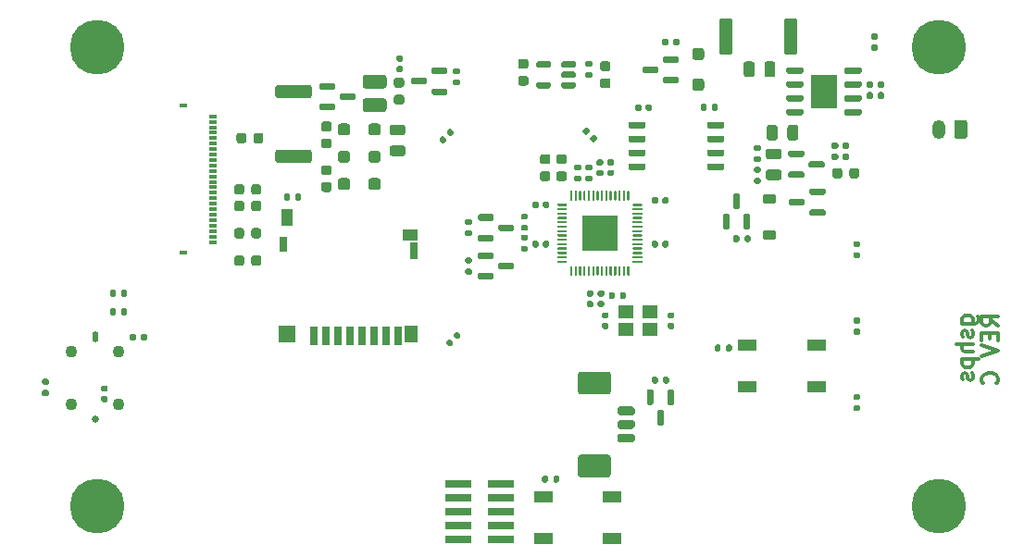
<source format=gbs>
G04 #@! TF.GenerationSoftware,KiCad,Pcbnew,8.0.6+1*
G04 #@! TF.CreationDate,2025-02-24T18:19:52+00:00*
G04 #@! TF.ProjectId,gshps,67736870-732e-46b6-9963-61645f706362,C*
G04 #@! TF.SameCoordinates,Original*
G04 #@! TF.FileFunction,Soldermask,Bot*
G04 #@! TF.FilePolarity,Negative*
%FSLAX46Y46*%
G04 Gerber Fmt 4.6, Leading zero omitted, Abs format (unit mm)*
G04 Created by KiCad (PCBNEW 8.0.6+1) date 2025-02-24 18:19:52*
%MOMM*%
%LPD*%
G01*
G04 APERTURE LIST*
%ADD10C,0.300000*%
%ADD11C,5.000000*%
%ADD12C,0.660000*%
%ADD13O,0.580000X1.000000*%
%ADD14C,1.100000*%
%ADD15R,3.200000X3.200000*%
%ADD16R,0.700000X1.750000*%
%ADD17R,1.450000X1.000000*%
%ADD18R,1.000000X1.550000*%
%ADD19R,0.800000X1.500000*%
%ADD20R,1.300000X1.500000*%
%ADD21R,1.500000X1.500000*%
%ADD22R,0.800000X1.400000*%
%ADD23R,0.800000X0.300000*%
%ADD24R,0.800000X0.400000*%
%ADD25R,1.700000X1.000000*%
%ADD26R,2.410000X3.100000*%
%ADD27R,2.400000X0.740000*%
%ADD28R,1.400000X1.200000*%
%ADD29O,1.200000X1.750000*%
G04 APERTURE END LIST*
D10*
X114128328Y-55247368D02*
X115342614Y-55247368D01*
X115342614Y-55247368D02*
X115485471Y-55175939D01*
X115485471Y-55175939D02*
X115556900Y-55104510D01*
X115556900Y-55104510D02*
X115628328Y-54961653D01*
X115628328Y-54961653D02*
X115628328Y-54747368D01*
X115628328Y-54747368D02*
X115556900Y-54604510D01*
X115056900Y-55247368D02*
X115128328Y-55104510D01*
X115128328Y-55104510D02*
X115128328Y-54818796D01*
X115128328Y-54818796D02*
X115056900Y-54675939D01*
X115056900Y-54675939D02*
X114985471Y-54604510D01*
X114985471Y-54604510D02*
X114842614Y-54533082D01*
X114842614Y-54533082D02*
X114414042Y-54533082D01*
X114414042Y-54533082D02*
X114271185Y-54604510D01*
X114271185Y-54604510D02*
X114199757Y-54675939D01*
X114199757Y-54675939D02*
X114128328Y-54818796D01*
X114128328Y-54818796D02*
X114128328Y-55104510D01*
X114128328Y-55104510D02*
X114199757Y-55247368D01*
X115056900Y-55890225D02*
X115128328Y-56033082D01*
X115128328Y-56033082D02*
X115128328Y-56318796D01*
X115128328Y-56318796D02*
X115056900Y-56461653D01*
X115056900Y-56461653D02*
X114914042Y-56533082D01*
X114914042Y-56533082D02*
X114842614Y-56533082D01*
X114842614Y-56533082D02*
X114699757Y-56461653D01*
X114699757Y-56461653D02*
X114628328Y-56318796D01*
X114628328Y-56318796D02*
X114628328Y-56104511D01*
X114628328Y-56104511D02*
X114556900Y-55961653D01*
X114556900Y-55961653D02*
X114414042Y-55890225D01*
X114414042Y-55890225D02*
X114342614Y-55890225D01*
X114342614Y-55890225D02*
X114199757Y-55961653D01*
X114199757Y-55961653D02*
X114128328Y-56104511D01*
X114128328Y-56104511D02*
X114128328Y-56318796D01*
X114128328Y-56318796D02*
X114199757Y-56461653D01*
X115128328Y-57175939D02*
X113628328Y-57175939D01*
X115128328Y-57818797D02*
X114342614Y-57818797D01*
X114342614Y-57818797D02*
X114199757Y-57747368D01*
X114199757Y-57747368D02*
X114128328Y-57604511D01*
X114128328Y-57604511D02*
X114128328Y-57390225D01*
X114128328Y-57390225D02*
X114199757Y-57247368D01*
X114199757Y-57247368D02*
X114271185Y-57175939D01*
X114128328Y-58533082D02*
X115628328Y-58533082D01*
X114199757Y-58533082D02*
X114128328Y-58675940D01*
X114128328Y-58675940D02*
X114128328Y-58961654D01*
X114128328Y-58961654D02*
X114199757Y-59104511D01*
X114199757Y-59104511D02*
X114271185Y-59175940D01*
X114271185Y-59175940D02*
X114414042Y-59247368D01*
X114414042Y-59247368D02*
X114842614Y-59247368D01*
X114842614Y-59247368D02*
X114985471Y-59175940D01*
X114985471Y-59175940D02*
X115056900Y-59104511D01*
X115056900Y-59104511D02*
X115128328Y-58961654D01*
X115128328Y-58961654D02*
X115128328Y-58675940D01*
X115128328Y-58675940D02*
X115056900Y-58533082D01*
X115056900Y-59818797D02*
X115128328Y-59961654D01*
X115128328Y-59961654D02*
X115128328Y-60247368D01*
X115128328Y-60247368D02*
X115056900Y-60390225D01*
X115056900Y-60390225D02*
X114914042Y-60461654D01*
X114914042Y-60461654D02*
X114842614Y-60461654D01*
X114842614Y-60461654D02*
X114699757Y-60390225D01*
X114699757Y-60390225D02*
X114628328Y-60247368D01*
X114628328Y-60247368D02*
X114628328Y-60033083D01*
X114628328Y-60033083D02*
X114556900Y-59890225D01*
X114556900Y-59890225D02*
X114414042Y-59818797D01*
X114414042Y-59818797D02*
X114342614Y-59818797D01*
X114342614Y-59818797D02*
X114199757Y-59890225D01*
X114199757Y-59890225D02*
X114128328Y-60033083D01*
X114128328Y-60033083D02*
X114128328Y-60247368D01*
X114128328Y-60247368D02*
X114199757Y-60390225D01*
X117428328Y-55461653D02*
X116714042Y-54961653D01*
X117428328Y-54604510D02*
X115928328Y-54604510D01*
X115928328Y-54604510D02*
X115928328Y-55175939D01*
X115928328Y-55175939D02*
X115999757Y-55318796D01*
X115999757Y-55318796D02*
X116071185Y-55390225D01*
X116071185Y-55390225D02*
X116214042Y-55461653D01*
X116214042Y-55461653D02*
X116428328Y-55461653D01*
X116428328Y-55461653D02*
X116571185Y-55390225D01*
X116571185Y-55390225D02*
X116642614Y-55318796D01*
X116642614Y-55318796D02*
X116714042Y-55175939D01*
X116714042Y-55175939D02*
X116714042Y-54604510D01*
X116642614Y-56104510D02*
X116642614Y-56604510D01*
X117428328Y-56818796D02*
X117428328Y-56104510D01*
X117428328Y-56104510D02*
X115928328Y-56104510D01*
X115928328Y-56104510D02*
X115928328Y-56818796D01*
X115928328Y-57247368D02*
X117428328Y-57747368D01*
X117428328Y-57747368D02*
X115928328Y-58247368D01*
X117285471Y-60747367D02*
X117356900Y-60675939D01*
X117356900Y-60675939D02*
X117428328Y-60461653D01*
X117428328Y-60461653D02*
X117428328Y-60318796D01*
X117428328Y-60318796D02*
X117356900Y-60104510D01*
X117356900Y-60104510D02*
X117214042Y-59961653D01*
X117214042Y-59961653D02*
X117071185Y-59890224D01*
X117071185Y-59890224D02*
X116785471Y-59818796D01*
X116785471Y-59818796D02*
X116571185Y-59818796D01*
X116571185Y-59818796D02*
X116285471Y-59890224D01*
X116285471Y-59890224D02*
X116142614Y-59961653D01*
X116142614Y-59961653D02*
X115999757Y-60104510D01*
X115999757Y-60104510D02*
X115928328Y-60318796D01*
X115928328Y-60318796D02*
X115928328Y-60461653D01*
X115928328Y-60461653D02*
X115999757Y-60675939D01*
X115999757Y-60675939D02*
X116071185Y-60747367D01*
D11*
X112000000Y-72000000D03*
D12*
X34835000Y-64000000D03*
D13*
X34835000Y-56500000D03*
D14*
X32685000Y-62650000D03*
X36985000Y-62650000D03*
X32685000Y-57850000D03*
X36985000Y-57850000D03*
D11*
X35000000Y-72000000D03*
X35000000Y-30000000D03*
X112000000Y-30000000D03*
G36*
G01*
X84875000Y-44350000D02*
X84875000Y-44450000D01*
G75*
G02*
X84825000Y-44500000I-50000J0D01*
G01*
X84050000Y-44500000D01*
G75*
G02*
X84000000Y-44450000I0J50000D01*
G01*
X84000000Y-44350000D01*
G75*
G02*
X84050000Y-44300000I50000J0D01*
G01*
X84825000Y-44300000D01*
G75*
G02*
X84875000Y-44350000I0J-50000D01*
G01*
G37*
G36*
G01*
X84875000Y-44750000D02*
X84875000Y-44850000D01*
G75*
G02*
X84825000Y-44900000I-50000J0D01*
G01*
X84050000Y-44900000D01*
G75*
G02*
X84000000Y-44850000I0J50000D01*
G01*
X84000000Y-44750000D01*
G75*
G02*
X84050000Y-44700000I50000J0D01*
G01*
X84825000Y-44700000D01*
G75*
G02*
X84875000Y-44750000I0J-50000D01*
G01*
G37*
G36*
G01*
X84875000Y-45150000D02*
X84875000Y-45250000D01*
G75*
G02*
X84825000Y-45300000I-50000J0D01*
G01*
X84050000Y-45300000D01*
G75*
G02*
X84000000Y-45250000I0J50000D01*
G01*
X84000000Y-45150000D01*
G75*
G02*
X84050000Y-45100000I50000J0D01*
G01*
X84825000Y-45100000D01*
G75*
G02*
X84875000Y-45150000I0J-50000D01*
G01*
G37*
G36*
G01*
X84875000Y-45550000D02*
X84875000Y-45650000D01*
G75*
G02*
X84825000Y-45700000I-50000J0D01*
G01*
X84050000Y-45700000D01*
G75*
G02*
X84000000Y-45650000I0J50000D01*
G01*
X84000000Y-45550000D01*
G75*
G02*
X84050000Y-45500000I50000J0D01*
G01*
X84825000Y-45500000D01*
G75*
G02*
X84875000Y-45550000I0J-50000D01*
G01*
G37*
G36*
G01*
X84875000Y-45950000D02*
X84875000Y-46050000D01*
G75*
G02*
X84825000Y-46100000I-50000J0D01*
G01*
X84050000Y-46100000D01*
G75*
G02*
X84000000Y-46050000I0J50000D01*
G01*
X84000000Y-45950000D01*
G75*
G02*
X84050000Y-45900000I50000J0D01*
G01*
X84825000Y-45900000D01*
G75*
G02*
X84875000Y-45950000I0J-50000D01*
G01*
G37*
G36*
G01*
X84875000Y-46350000D02*
X84875000Y-46450000D01*
G75*
G02*
X84825000Y-46500000I-50000J0D01*
G01*
X84050000Y-46500000D01*
G75*
G02*
X84000000Y-46450000I0J50000D01*
G01*
X84000000Y-46350000D01*
G75*
G02*
X84050000Y-46300000I50000J0D01*
G01*
X84825000Y-46300000D01*
G75*
G02*
X84875000Y-46350000I0J-50000D01*
G01*
G37*
G36*
G01*
X84875000Y-46750000D02*
X84875000Y-46850000D01*
G75*
G02*
X84825000Y-46900000I-50000J0D01*
G01*
X84050000Y-46900000D01*
G75*
G02*
X84000000Y-46850000I0J50000D01*
G01*
X84000000Y-46750000D01*
G75*
G02*
X84050000Y-46700000I50000J0D01*
G01*
X84825000Y-46700000D01*
G75*
G02*
X84875000Y-46750000I0J-50000D01*
G01*
G37*
G36*
G01*
X84875000Y-47150000D02*
X84875000Y-47250000D01*
G75*
G02*
X84825000Y-47300000I-50000J0D01*
G01*
X84050000Y-47300000D01*
G75*
G02*
X84000000Y-47250000I0J50000D01*
G01*
X84000000Y-47150000D01*
G75*
G02*
X84050000Y-47100000I50000J0D01*
G01*
X84825000Y-47100000D01*
G75*
G02*
X84875000Y-47150000I0J-50000D01*
G01*
G37*
G36*
G01*
X84875000Y-47550000D02*
X84875000Y-47650000D01*
G75*
G02*
X84825000Y-47700000I-50000J0D01*
G01*
X84050000Y-47700000D01*
G75*
G02*
X84000000Y-47650000I0J50000D01*
G01*
X84000000Y-47550000D01*
G75*
G02*
X84050000Y-47500000I50000J0D01*
G01*
X84825000Y-47500000D01*
G75*
G02*
X84875000Y-47550000I0J-50000D01*
G01*
G37*
G36*
G01*
X84875000Y-47950000D02*
X84875000Y-48050000D01*
G75*
G02*
X84825000Y-48100000I-50000J0D01*
G01*
X84050000Y-48100000D01*
G75*
G02*
X84000000Y-48050000I0J50000D01*
G01*
X84000000Y-47950000D01*
G75*
G02*
X84050000Y-47900000I50000J0D01*
G01*
X84825000Y-47900000D01*
G75*
G02*
X84875000Y-47950000I0J-50000D01*
G01*
G37*
G36*
G01*
X84875000Y-48350000D02*
X84875000Y-48450000D01*
G75*
G02*
X84825000Y-48500000I-50000J0D01*
G01*
X84050000Y-48500000D01*
G75*
G02*
X84000000Y-48450000I0J50000D01*
G01*
X84000000Y-48350000D01*
G75*
G02*
X84050000Y-48300000I50000J0D01*
G01*
X84825000Y-48300000D01*
G75*
G02*
X84875000Y-48350000I0J-50000D01*
G01*
G37*
G36*
G01*
X84875000Y-48750000D02*
X84875000Y-48850000D01*
G75*
G02*
X84825000Y-48900000I-50000J0D01*
G01*
X84050000Y-48900000D01*
G75*
G02*
X84000000Y-48850000I0J50000D01*
G01*
X84000000Y-48750000D01*
G75*
G02*
X84050000Y-48700000I50000J0D01*
G01*
X84825000Y-48700000D01*
G75*
G02*
X84875000Y-48750000I0J-50000D01*
G01*
G37*
G36*
G01*
X84875000Y-49150000D02*
X84875000Y-49250000D01*
G75*
G02*
X84825000Y-49300000I-50000J0D01*
G01*
X84050000Y-49300000D01*
G75*
G02*
X84000000Y-49250000I0J50000D01*
G01*
X84000000Y-49150000D01*
G75*
G02*
X84050000Y-49100000I50000J0D01*
G01*
X84825000Y-49100000D01*
G75*
G02*
X84875000Y-49150000I0J-50000D01*
G01*
G37*
G36*
G01*
X84875000Y-49550000D02*
X84875000Y-49650000D01*
G75*
G02*
X84825000Y-49700000I-50000J0D01*
G01*
X84050000Y-49700000D01*
G75*
G02*
X84000000Y-49650000I0J50000D01*
G01*
X84000000Y-49550000D01*
G75*
G02*
X84050000Y-49500000I50000J0D01*
G01*
X84825000Y-49500000D01*
G75*
G02*
X84875000Y-49550000I0J-50000D01*
G01*
G37*
G36*
G01*
X83700000Y-50050000D02*
X83700000Y-50825000D01*
G75*
G02*
X83650000Y-50875000I-50000J0D01*
G01*
X83550000Y-50875000D01*
G75*
G02*
X83500000Y-50825000I0J50000D01*
G01*
X83500000Y-50050000D01*
G75*
G02*
X83550000Y-50000000I50000J0D01*
G01*
X83650000Y-50000000D01*
G75*
G02*
X83700000Y-50050000I0J-50000D01*
G01*
G37*
G36*
G01*
X83300000Y-50050000D02*
X83300000Y-50825000D01*
G75*
G02*
X83250000Y-50875000I-50000J0D01*
G01*
X83150000Y-50875000D01*
G75*
G02*
X83100000Y-50825000I0J50000D01*
G01*
X83100000Y-50050000D01*
G75*
G02*
X83150000Y-50000000I50000J0D01*
G01*
X83250000Y-50000000D01*
G75*
G02*
X83300000Y-50050000I0J-50000D01*
G01*
G37*
G36*
G01*
X82900000Y-50050000D02*
X82900000Y-50825000D01*
G75*
G02*
X82850000Y-50875000I-50000J0D01*
G01*
X82750000Y-50875000D01*
G75*
G02*
X82700000Y-50825000I0J50000D01*
G01*
X82700000Y-50050000D01*
G75*
G02*
X82750000Y-50000000I50000J0D01*
G01*
X82850000Y-50000000D01*
G75*
G02*
X82900000Y-50050000I0J-50000D01*
G01*
G37*
G36*
G01*
X82500000Y-50050000D02*
X82500000Y-50825000D01*
G75*
G02*
X82450000Y-50875000I-50000J0D01*
G01*
X82350000Y-50875000D01*
G75*
G02*
X82300000Y-50825000I0J50000D01*
G01*
X82300000Y-50050000D01*
G75*
G02*
X82350000Y-50000000I50000J0D01*
G01*
X82450000Y-50000000D01*
G75*
G02*
X82500000Y-50050000I0J-50000D01*
G01*
G37*
G36*
G01*
X82100000Y-50050000D02*
X82100000Y-50825000D01*
G75*
G02*
X82050000Y-50875000I-50000J0D01*
G01*
X81950000Y-50875000D01*
G75*
G02*
X81900000Y-50825000I0J50000D01*
G01*
X81900000Y-50050000D01*
G75*
G02*
X81950000Y-50000000I50000J0D01*
G01*
X82050000Y-50000000D01*
G75*
G02*
X82100000Y-50050000I0J-50000D01*
G01*
G37*
G36*
G01*
X81700000Y-50050000D02*
X81700000Y-50825000D01*
G75*
G02*
X81650000Y-50875000I-50000J0D01*
G01*
X81550000Y-50875000D01*
G75*
G02*
X81500000Y-50825000I0J50000D01*
G01*
X81500000Y-50050000D01*
G75*
G02*
X81550000Y-50000000I50000J0D01*
G01*
X81650000Y-50000000D01*
G75*
G02*
X81700000Y-50050000I0J-50000D01*
G01*
G37*
G36*
G01*
X81300000Y-50050000D02*
X81300000Y-50825000D01*
G75*
G02*
X81250000Y-50875000I-50000J0D01*
G01*
X81150000Y-50875000D01*
G75*
G02*
X81100000Y-50825000I0J50000D01*
G01*
X81100000Y-50050000D01*
G75*
G02*
X81150000Y-50000000I50000J0D01*
G01*
X81250000Y-50000000D01*
G75*
G02*
X81300000Y-50050000I0J-50000D01*
G01*
G37*
G36*
G01*
X80900000Y-50050000D02*
X80900000Y-50825000D01*
G75*
G02*
X80850000Y-50875000I-50000J0D01*
G01*
X80750000Y-50875000D01*
G75*
G02*
X80700000Y-50825000I0J50000D01*
G01*
X80700000Y-50050000D01*
G75*
G02*
X80750000Y-50000000I50000J0D01*
G01*
X80850000Y-50000000D01*
G75*
G02*
X80900000Y-50050000I0J-50000D01*
G01*
G37*
G36*
G01*
X80500000Y-50050000D02*
X80500000Y-50825000D01*
G75*
G02*
X80450000Y-50875000I-50000J0D01*
G01*
X80350000Y-50875000D01*
G75*
G02*
X80300000Y-50825000I0J50000D01*
G01*
X80300000Y-50050000D01*
G75*
G02*
X80350000Y-50000000I50000J0D01*
G01*
X80450000Y-50000000D01*
G75*
G02*
X80500000Y-50050000I0J-50000D01*
G01*
G37*
G36*
G01*
X80100000Y-50050000D02*
X80100000Y-50825000D01*
G75*
G02*
X80050000Y-50875000I-50000J0D01*
G01*
X79950000Y-50875000D01*
G75*
G02*
X79900000Y-50825000I0J50000D01*
G01*
X79900000Y-50050000D01*
G75*
G02*
X79950000Y-50000000I50000J0D01*
G01*
X80050000Y-50000000D01*
G75*
G02*
X80100000Y-50050000I0J-50000D01*
G01*
G37*
G36*
G01*
X79700000Y-50050000D02*
X79700000Y-50825000D01*
G75*
G02*
X79650000Y-50875000I-50000J0D01*
G01*
X79550000Y-50875000D01*
G75*
G02*
X79500000Y-50825000I0J50000D01*
G01*
X79500000Y-50050000D01*
G75*
G02*
X79550000Y-50000000I50000J0D01*
G01*
X79650000Y-50000000D01*
G75*
G02*
X79700000Y-50050000I0J-50000D01*
G01*
G37*
G36*
G01*
X79300000Y-50050000D02*
X79300000Y-50825000D01*
G75*
G02*
X79250000Y-50875000I-50000J0D01*
G01*
X79150000Y-50875000D01*
G75*
G02*
X79100000Y-50825000I0J50000D01*
G01*
X79100000Y-50050000D01*
G75*
G02*
X79150000Y-50000000I50000J0D01*
G01*
X79250000Y-50000000D01*
G75*
G02*
X79300000Y-50050000I0J-50000D01*
G01*
G37*
G36*
G01*
X78900000Y-50050000D02*
X78900000Y-50825000D01*
G75*
G02*
X78850000Y-50875000I-50000J0D01*
G01*
X78750000Y-50875000D01*
G75*
G02*
X78700000Y-50825000I0J50000D01*
G01*
X78700000Y-50050000D01*
G75*
G02*
X78750000Y-50000000I50000J0D01*
G01*
X78850000Y-50000000D01*
G75*
G02*
X78900000Y-50050000I0J-50000D01*
G01*
G37*
G36*
G01*
X78500000Y-50050000D02*
X78500000Y-50825000D01*
G75*
G02*
X78450000Y-50875000I-50000J0D01*
G01*
X78350000Y-50875000D01*
G75*
G02*
X78300000Y-50825000I0J50000D01*
G01*
X78300000Y-50050000D01*
G75*
G02*
X78350000Y-50000000I50000J0D01*
G01*
X78450000Y-50000000D01*
G75*
G02*
X78500000Y-50050000I0J-50000D01*
G01*
G37*
G36*
G01*
X78000000Y-49550000D02*
X78000000Y-49650000D01*
G75*
G02*
X77950000Y-49700000I-50000J0D01*
G01*
X77175000Y-49700000D01*
G75*
G02*
X77125000Y-49650000I0J50000D01*
G01*
X77125000Y-49550000D01*
G75*
G02*
X77175000Y-49500000I50000J0D01*
G01*
X77950000Y-49500000D01*
G75*
G02*
X78000000Y-49550000I0J-50000D01*
G01*
G37*
G36*
G01*
X78000000Y-49150000D02*
X78000000Y-49250000D01*
G75*
G02*
X77950000Y-49300000I-50000J0D01*
G01*
X77175000Y-49300000D01*
G75*
G02*
X77125000Y-49250000I0J50000D01*
G01*
X77125000Y-49150000D01*
G75*
G02*
X77175000Y-49100000I50000J0D01*
G01*
X77950000Y-49100000D01*
G75*
G02*
X78000000Y-49150000I0J-50000D01*
G01*
G37*
G36*
G01*
X78000000Y-48750000D02*
X78000000Y-48850000D01*
G75*
G02*
X77950000Y-48900000I-50000J0D01*
G01*
X77175000Y-48900000D01*
G75*
G02*
X77125000Y-48850000I0J50000D01*
G01*
X77125000Y-48750000D01*
G75*
G02*
X77175000Y-48700000I50000J0D01*
G01*
X77950000Y-48700000D01*
G75*
G02*
X78000000Y-48750000I0J-50000D01*
G01*
G37*
G36*
G01*
X78000000Y-48350000D02*
X78000000Y-48450000D01*
G75*
G02*
X77950000Y-48500000I-50000J0D01*
G01*
X77175000Y-48500000D01*
G75*
G02*
X77125000Y-48450000I0J50000D01*
G01*
X77125000Y-48350000D01*
G75*
G02*
X77175000Y-48300000I50000J0D01*
G01*
X77950000Y-48300000D01*
G75*
G02*
X78000000Y-48350000I0J-50000D01*
G01*
G37*
G36*
G01*
X78000000Y-47950000D02*
X78000000Y-48050000D01*
G75*
G02*
X77950000Y-48100000I-50000J0D01*
G01*
X77175000Y-48100000D01*
G75*
G02*
X77125000Y-48050000I0J50000D01*
G01*
X77125000Y-47950000D01*
G75*
G02*
X77175000Y-47900000I50000J0D01*
G01*
X77950000Y-47900000D01*
G75*
G02*
X78000000Y-47950000I0J-50000D01*
G01*
G37*
G36*
G01*
X78000000Y-47550000D02*
X78000000Y-47650000D01*
G75*
G02*
X77950000Y-47700000I-50000J0D01*
G01*
X77175000Y-47700000D01*
G75*
G02*
X77125000Y-47650000I0J50000D01*
G01*
X77125000Y-47550000D01*
G75*
G02*
X77175000Y-47500000I50000J0D01*
G01*
X77950000Y-47500000D01*
G75*
G02*
X78000000Y-47550000I0J-50000D01*
G01*
G37*
G36*
G01*
X78000000Y-47150000D02*
X78000000Y-47250000D01*
G75*
G02*
X77950000Y-47300000I-50000J0D01*
G01*
X77175000Y-47300000D01*
G75*
G02*
X77125000Y-47250000I0J50000D01*
G01*
X77125000Y-47150000D01*
G75*
G02*
X77175000Y-47100000I50000J0D01*
G01*
X77950000Y-47100000D01*
G75*
G02*
X78000000Y-47150000I0J-50000D01*
G01*
G37*
G36*
G01*
X78000000Y-46750000D02*
X78000000Y-46850000D01*
G75*
G02*
X77950000Y-46900000I-50000J0D01*
G01*
X77175000Y-46900000D01*
G75*
G02*
X77125000Y-46850000I0J50000D01*
G01*
X77125000Y-46750000D01*
G75*
G02*
X77175000Y-46700000I50000J0D01*
G01*
X77950000Y-46700000D01*
G75*
G02*
X78000000Y-46750000I0J-50000D01*
G01*
G37*
G36*
G01*
X78000000Y-46350000D02*
X78000000Y-46450000D01*
G75*
G02*
X77950000Y-46500000I-50000J0D01*
G01*
X77175000Y-46500000D01*
G75*
G02*
X77125000Y-46450000I0J50000D01*
G01*
X77125000Y-46350000D01*
G75*
G02*
X77175000Y-46300000I50000J0D01*
G01*
X77950000Y-46300000D01*
G75*
G02*
X78000000Y-46350000I0J-50000D01*
G01*
G37*
G36*
G01*
X78000000Y-45950000D02*
X78000000Y-46050000D01*
G75*
G02*
X77950000Y-46100000I-50000J0D01*
G01*
X77175000Y-46100000D01*
G75*
G02*
X77125000Y-46050000I0J50000D01*
G01*
X77125000Y-45950000D01*
G75*
G02*
X77175000Y-45900000I50000J0D01*
G01*
X77950000Y-45900000D01*
G75*
G02*
X78000000Y-45950000I0J-50000D01*
G01*
G37*
G36*
G01*
X78000000Y-45550000D02*
X78000000Y-45650000D01*
G75*
G02*
X77950000Y-45700000I-50000J0D01*
G01*
X77175000Y-45700000D01*
G75*
G02*
X77125000Y-45650000I0J50000D01*
G01*
X77125000Y-45550000D01*
G75*
G02*
X77175000Y-45500000I50000J0D01*
G01*
X77950000Y-45500000D01*
G75*
G02*
X78000000Y-45550000I0J-50000D01*
G01*
G37*
G36*
G01*
X78000000Y-45150000D02*
X78000000Y-45250000D01*
G75*
G02*
X77950000Y-45300000I-50000J0D01*
G01*
X77175000Y-45300000D01*
G75*
G02*
X77125000Y-45250000I0J50000D01*
G01*
X77125000Y-45150000D01*
G75*
G02*
X77175000Y-45100000I50000J0D01*
G01*
X77950000Y-45100000D01*
G75*
G02*
X78000000Y-45150000I0J-50000D01*
G01*
G37*
G36*
G01*
X78000000Y-44750000D02*
X78000000Y-44850000D01*
G75*
G02*
X77950000Y-44900000I-50000J0D01*
G01*
X77175000Y-44900000D01*
G75*
G02*
X77125000Y-44850000I0J50000D01*
G01*
X77125000Y-44750000D01*
G75*
G02*
X77175000Y-44700000I50000J0D01*
G01*
X77950000Y-44700000D01*
G75*
G02*
X78000000Y-44750000I0J-50000D01*
G01*
G37*
G36*
G01*
X78000000Y-44350000D02*
X78000000Y-44450000D01*
G75*
G02*
X77950000Y-44500000I-50000J0D01*
G01*
X77175000Y-44500000D01*
G75*
G02*
X77125000Y-44450000I0J50000D01*
G01*
X77125000Y-44350000D01*
G75*
G02*
X77175000Y-44300000I50000J0D01*
G01*
X77950000Y-44300000D01*
G75*
G02*
X78000000Y-44350000I0J-50000D01*
G01*
G37*
G36*
G01*
X78500000Y-43175000D02*
X78500000Y-43950000D01*
G75*
G02*
X78450000Y-44000000I-50000J0D01*
G01*
X78350000Y-44000000D01*
G75*
G02*
X78300000Y-43950000I0J50000D01*
G01*
X78300000Y-43175000D01*
G75*
G02*
X78350000Y-43125000I50000J0D01*
G01*
X78450000Y-43125000D01*
G75*
G02*
X78500000Y-43175000I0J-50000D01*
G01*
G37*
G36*
G01*
X78900000Y-43175000D02*
X78900000Y-43950000D01*
G75*
G02*
X78850000Y-44000000I-50000J0D01*
G01*
X78750000Y-44000000D01*
G75*
G02*
X78700000Y-43950000I0J50000D01*
G01*
X78700000Y-43175000D01*
G75*
G02*
X78750000Y-43125000I50000J0D01*
G01*
X78850000Y-43125000D01*
G75*
G02*
X78900000Y-43175000I0J-50000D01*
G01*
G37*
G36*
G01*
X79300000Y-43175000D02*
X79300000Y-43950000D01*
G75*
G02*
X79250000Y-44000000I-50000J0D01*
G01*
X79150000Y-44000000D01*
G75*
G02*
X79100000Y-43950000I0J50000D01*
G01*
X79100000Y-43175000D01*
G75*
G02*
X79150000Y-43125000I50000J0D01*
G01*
X79250000Y-43125000D01*
G75*
G02*
X79300000Y-43175000I0J-50000D01*
G01*
G37*
G36*
G01*
X79700000Y-43175000D02*
X79700000Y-43950000D01*
G75*
G02*
X79650000Y-44000000I-50000J0D01*
G01*
X79550000Y-44000000D01*
G75*
G02*
X79500000Y-43950000I0J50000D01*
G01*
X79500000Y-43175000D01*
G75*
G02*
X79550000Y-43125000I50000J0D01*
G01*
X79650000Y-43125000D01*
G75*
G02*
X79700000Y-43175000I0J-50000D01*
G01*
G37*
G36*
G01*
X80100000Y-43175000D02*
X80100000Y-43950000D01*
G75*
G02*
X80050000Y-44000000I-50000J0D01*
G01*
X79950000Y-44000000D01*
G75*
G02*
X79900000Y-43950000I0J50000D01*
G01*
X79900000Y-43175000D01*
G75*
G02*
X79950000Y-43125000I50000J0D01*
G01*
X80050000Y-43125000D01*
G75*
G02*
X80100000Y-43175000I0J-50000D01*
G01*
G37*
G36*
G01*
X80500000Y-43175000D02*
X80500000Y-43950000D01*
G75*
G02*
X80450000Y-44000000I-50000J0D01*
G01*
X80350000Y-44000000D01*
G75*
G02*
X80300000Y-43950000I0J50000D01*
G01*
X80300000Y-43175000D01*
G75*
G02*
X80350000Y-43125000I50000J0D01*
G01*
X80450000Y-43125000D01*
G75*
G02*
X80500000Y-43175000I0J-50000D01*
G01*
G37*
G36*
G01*
X80900000Y-43175000D02*
X80900000Y-43950000D01*
G75*
G02*
X80850000Y-44000000I-50000J0D01*
G01*
X80750000Y-44000000D01*
G75*
G02*
X80700000Y-43950000I0J50000D01*
G01*
X80700000Y-43175000D01*
G75*
G02*
X80750000Y-43125000I50000J0D01*
G01*
X80850000Y-43125000D01*
G75*
G02*
X80900000Y-43175000I0J-50000D01*
G01*
G37*
G36*
G01*
X81300000Y-43175000D02*
X81300000Y-43950000D01*
G75*
G02*
X81250000Y-44000000I-50000J0D01*
G01*
X81150000Y-44000000D01*
G75*
G02*
X81100000Y-43950000I0J50000D01*
G01*
X81100000Y-43175000D01*
G75*
G02*
X81150000Y-43125000I50000J0D01*
G01*
X81250000Y-43125000D01*
G75*
G02*
X81300000Y-43175000I0J-50000D01*
G01*
G37*
G36*
G01*
X81700000Y-43175000D02*
X81700000Y-43950000D01*
G75*
G02*
X81650000Y-44000000I-50000J0D01*
G01*
X81550000Y-44000000D01*
G75*
G02*
X81500000Y-43950000I0J50000D01*
G01*
X81500000Y-43175000D01*
G75*
G02*
X81550000Y-43125000I50000J0D01*
G01*
X81650000Y-43125000D01*
G75*
G02*
X81700000Y-43175000I0J-50000D01*
G01*
G37*
G36*
G01*
X82100000Y-43175000D02*
X82100000Y-43950000D01*
G75*
G02*
X82050000Y-44000000I-50000J0D01*
G01*
X81950000Y-44000000D01*
G75*
G02*
X81900000Y-43950000I0J50000D01*
G01*
X81900000Y-43175000D01*
G75*
G02*
X81950000Y-43125000I50000J0D01*
G01*
X82050000Y-43125000D01*
G75*
G02*
X82100000Y-43175000I0J-50000D01*
G01*
G37*
G36*
G01*
X82500000Y-43175000D02*
X82500000Y-43950000D01*
G75*
G02*
X82450000Y-44000000I-50000J0D01*
G01*
X82350000Y-44000000D01*
G75*
G02*
X82300000Y-43950000I0J50000D01*
G01*
X82300000Y-43175000D01*
G75*
G02*
X82350000Y-43125000I50000J0D01*
G01*
X82450000Y-43125000D01*
G75*
G02*
X82500000Y-43175000I0J-50000D01*
G01*
G37*
G36*
G01*
X82900000Y-43175000D02*
X82900000Y-43950000D01*
G75*
G02*
X82850000Y-44000000I-50000J0D01*
G01*
X82750000Y-44000000D01*
G75*
G02*
X82700000Y-43950000I0J50000D01*
G01*
X82700000Y-43175000D01*
G75*
G02*
X82750000Y-43125000I50000J0D01*
G01*
X82850000Y-43125000D01*
G75*
G02*
X82900000Y-43175000I0J-50000D01*
G01*
G37*
G36*
G01*
X83300000Y-43175000D02*
X83300000Y-43950000D01*
G75*
G02*
X83250000Y-44000000I-50000J0D01*
G01*
X83150000Y-44000000D01*
G75*
G02*
X83100000Y-43950000I0J50000D01*
G01*
X83100000Y-43175000D01*
G75*
G02*
X83150000Y-43125000I50000J0D01*
G01*
X83250000Y-43125000D01*
G75*
G02*
X83300000Y-43175000I0J-50000D01*
G01*
G37*
G36*
G01*
X83700000Y-43175000D02*
X83700000Y-43950000D01*
G75*
G02*
X83650000Y-44000000I-50000J0D01*
G01*
X83550000Y-44000000D01*
G75*
G02*
X83500000Y-43950000I0J50000D01*
G01*
X83500000Y-43175000D01*
G75*
G02*
X83550000Y-43125000I50000J0D01*
G01*
X83650000Y-43125000D01*
G75*
G02*
X83700000Y-43175000I0J-50000D01*
G01*
G37*
D15*
X81000000Y-47000000D03*
G36*
G01*
X102315000Y-38720000D02*
X102685000Y-38720000D01*
G75*
G02*
X102820000Y-38855000I0J-135000D01*
G01*
X102820000Y-39125000D01*
G75*
G02*
X102685000Y-39260000I-135000J0D01*
G01*
X102315000Y-39260000D01*
G75*
G02*
X102180000Y-39125000I0J135000D01*
G01*
X102180000Y-38855000D01*
G75*
G02*
X102315000Y-38720000I135000J0D01*
G01*
G37*
G36*
G01*
X102315000Y-39740000D02*
X102685000Y-39740000D01*
G75*
G02*
X102820000Y-39875000I0J-135000D01*
G01*
X102820000Y-40145000D01*
G75*
G02*
X102685000Y-40280000I-135000J0D01*
G01*
X102315000Y-40280000D01*
G75*
G02*
X102180000Y-40145000I0J135000D01*
G01*
X102180000Y-39875000D01*
G75*
G02*
X102315000Y-39740000I135000J0D01*
G01*
G37*
G36*
G01*
X102275000Y-41750000D02*
X102275000Y-41250000D01*
G75*
G02*
X102500000Y-41025000I225000J0D01*
G01*
X102950000Y-41025000D01*
G75*
G02*
X103175000Y-41250000I0J-225000D01*
G01*
X103175000Y-41750000D01*
G75*
G02*
X102950000Y-41975000I-225000J0D01*
G01*
X102500000Y-41975000D01*
G75*
G02*
X102275000Y-41750000I0J225000D01*
G01*
G37*
G36*
G01*
X103825000Y-41750000D02*
X103825000Y-41250000D01*
G75*
G02*
X104050000Y-41025000I225000J0D01*
G01*
X104500000Y-41025000D01*
G75*
G02*
X104725000Y-41250000I0J-225000D01*
G01*
X104725000Y-41750000D01*
G75*
G02*
X104500000Y-41975000I-225000J0D01*
G01*
X104050000Y-41975000D01*
G75*
G02*
X103825000Y-41750000I0J225000D01*
G01*
G37*
G36*
G01*
X94779999Y-47315000D02*
X94779999Y-47685000D01*
G75*
G02*
X94644999Y-47820000I-135000J0D01*
G01*
X94374999Y-47820000D01*
G75*
G02*
X94239999Y-47685000I0J135000D01*
G01*
X94239999Y-47315000D01*
G75*
G02*
X94374999Y-47180000I135000J0D01*
G01*
X94644999Y-47180000D01*
G75*
G02*
X94779999Y-47315000I0J-135000D01*
G01*
G37*
G36*
G01*
X93760001Y-47315000D02*
X93760001Y-47685000D01*
G75*
G02*
X93625001Y-47820000I-135000J0D01*
G01*
X93355001Y-47820000D01*
G75*
G02*
X93220001Y-47685000I0J135000D01*
G01*
X93220001Y-47315000D01*
G75*
G02*
X93355001Y-47180000I135000J0D01*
G01*
X93625001Y-47180000D01*
G75*
G02*
X93760001Y-47315000I0J-135000D01*
G01*
G37*
G36*
G01*
X74840000Y-48170000D02*
X74840000Y-47830000D01*
G75*
G02*
X74980000Y-47690000I140000J0D01*
G01*
X75260000Y-47690000D01*
G75*
G02*
X75400000Y-47830000I0J-140000D01*
G01*
X75400000Y-48170000D01*
G75*
G02*
X75260000Y-48310000I-140000J0D01*
G01*
X74980000Y-48310000D01*
G75*
G02*
X74840000Y-48170000I0J140000D01*
G01*
G37*
G36*
G01*
X75800000Y-48170000D02*
X75800000Y-47830000D01*
G75*
G02*
X75940000Y-47690000I140000J0D01*
G01*
X76220000Y-47690000D01*
G75*
G02*
X76360000Y-47830000I0J-140000D01*
G01*
X76360000Y-48170000D01*
G75*
G02*
X76220000Y-48310000I-140000J0D01*
G01*
X75940000Y-48310000D01*
G75*
G02*
X75800000Y-48170000I0J140000D01*
G01*
G37*
G36*
G01*
X47575000Y-43250000D02*
X47575000Y-42750000D01*
G75*
G02*
X47800000Y-42525000I225000J0D01*
G01*
X48250000Y-42525000D01*
G75*
G02*
X48475000Y-42750000I0J-225000D01*
G01*
X48475000Y-43250000D01*
G75*
G02*
X48250000Y-43475000I-225000J0D01*
G01*
X47800000Y-43475000D01*
G75*
G02*
X47575000Y-43250000I0J225000D01*
G01*
G37*
G36*
G01*
X49125000Y-43250000D02*
X49125000Y-42750000D01*
G75*
G02*
X49350000Y-42525000I225000J0D01*
G01*
X49800000Y-42525000D01*
G75*
G02*
X50025000Y-42750000I0J-225000D01*
G01*
X50025000Y-43250000D01*
G75*
G02*
X49800000Y-43475000I-225000J0D01*
G01*
X49350000Y-43475000D01*
G75*
G02*
X49125000Y-43250000I0J225000D01*
G01*
G37*
G36*
G01*
X30115000Y-60320000D02*
X30485000Y-60320000D01*
G75*
G02*
X30620000Y-60455000I0J-135000D01*
G01*
X30620000Y-60725000D01*
G75*
G02*
X30485000Y-60860000I-135000J0D01*
G01*
X30115000Y-60860000D01*
G75*
G02*
X29980000Y-60725000I0J135000D01*
G01*
X29980000Y-60455000D01*
G75*
G02*
X30115000Y-60320000I135000J0D01*
G01*
G37*
G36*
G01*
X30115000Y-61340000D02*
X30485000Y-61340000D01*
G75*
G02*
X30620000Y-61475000I0J-135000D01*
G01*
X30620000Y-61745000D01*
G75*
G02*
X30485000Y-61880000I-135000J0D01*
G01*
X30115000Y-61880000D01*
G75*
G02*
X29980000Y-61745000I0J135000D01*
G01*
X29980000Y-61475000D01*
G75*
G02*
X30115000Y-61340000I135000J0D01*
G01*
G37*
G36*
G01*
X80830000Y-40240000D02*
X81170000Y-40240000D01*
G75*
G02*
X81310000Y-40380000I0J-140000D01*
G01*
X81310000Y-40660000D01*
G75*
G02*
X81170000Y-40800000I-140000J0D01*
G01*
X80830000Y-40800000D01*
G75*
G02*
X80690000Y-40660000I0J140000D01*
G01*
X80690000Y-40380000D01*
G75*
G02*
X80830000Y-40240000I140000J0D01*
G01*
G37*
G36*
G01*
X80830000Y-41200000D02*
X81170000Y-41200000D01*
G75*
G02*
X81310000Y-41340000I0J-140000D01*
G01*
X81310000Y-41620000D01*
G75*
G02*
X81170000Y-41760000I-140000J0D01*
G01*
X80830000Y-41760000D01*
G75*
G02*
X80690000Y-41620000I0J140000D01*
G01*
X80690000Y-41340000D01*
G75*
G02*
X80830000Y-41200000I140000J0D01*
G01*
G37*
G36*
G01*
X94600000Y-46675000D02*
X94300000Y-46675000D01*
G75*
G02*
X94150000Y-46525000I0J150000D01*
G01*
X94150000Y-45350000D01*
G75*
G02*
X94300000Y-45200000I150000J0D01*
G01*
X94600000Y-45200000D01*
G75*
G02*
X94750000Y-45350000I0J-150000D01*
G01*
X94750000Y-46525000D01*
G75*
G02*
X94600000Y-46675000I-150000J0D01*
G01*
G37*
G36*
G01*
X92700000Y-46675000D02*
X92400000Y-46675000D01*
G75*
G02*
X92250000Y-46525000I0J150000D01*
G01*
X92250000Y-45350000D01*
G75*
G02*
X92400000Y-45200000I150000J0D01*
G01*
X92700000Y-45200000D01*
G75*
G02*
X92850000Y-45350000I0J-150000D01*
G01*
X92850000Y-46525000D01*
G75*
G02*
X92700000Y-46675000I-150000J0D01*
G01*
G37*
G36*
G01*
X93650000Y-44800000D02*
X93350000Y-44800000D01*
G75*
G02*
X93200000Y-44650000I0J150000D01*
G01*
X93200000Y-43475000D01*
G75*
G02*
X93350000Y-43325000I150000J0D01*
G01*
X93650000Y-43325000D01*
G75*
G02*
X93800000Y-43475000I0J-150000D01*
G01*
X93800000Y-44650000D01*
G75*
G02*
X93650000Y-44800000I-150000J0D01*
G01*
G37*
G36*
G01*
X47575000Y-44750000D02*
X47575000Y-44250000D01*
G75*
G02*
X47800000Y-44025000I225000J0D01*
G01*
X48250000Y-44025000D01*
G75*
G02*
X48475000Y-44250000I0J-225000D01*
G01*
X48475000Y-44750000D01*
G75*
G02*
X48250000Y-44975000I-225000J0D01*
G01*
X47800000Y-44975000D01*
G75*
G02*
X47575000Y-44750000I0J225000D01*
G01*
G37*
G36*
G01*
X49125000Y-44750000D02*
X49125000Y-44250000D01*
G75*
G02*
X49350000Y-44025000I225000J0D01*
G01*
X49800000Y-44025000D01*
G75*
G02*
X50025000Y-44250000I0J-225000D01*
G01*
X50025000Y-44750000D01*
G75*
G02*
X49800000Y-44975000I-225000J0D01*
G01*
X49350000Y-44975000D01*
G75*
G02*
X49125000Y-44750000I0J225000D01*
G01*
G37*
G36*
G01*
X47775000Y-38550000D02*
X47775000Y-38050000D01*
G75*
G02*
X48000000Y-37825000I225000J0D01*
G01*
X48450000Y-37825000D01*
G75*
G02*
X48675000Y-38050000I0J-225000D01*
G01*
X48675000Y-38550000D01*
G75*
G02*
X48450000Y-38775000I-225000J0D01*
G01*
X48000000Y-38775000D01*
G75*
G02*
X47775000Y-38550000I0J225000D01*
G01*
G37*
G36*
G01*
X49325000Y-38550000D02*
X49325000Y-38050000D01*
G75*
G02*
X49550000Y-37825000I225000J0D01*
G01*
X50000000Y-37825000D01*
G75*
G02*
X50225000Y-38050000I0J-225000D01*
G01*
X50225000Y-38550000D01*
G75*
G02*
X50000000Y-38775000I-225000J0D01*
G01*
X49550000Y-38775000D01*
G75*
G02*
X49325000Y-38550000I0J225000D01*
G01*
G37*
D16*
X54825000Y-56350000D03*
X55925000Y-56350000D03*
X57025000Y-56350000D03*
X58125000Y-56350000D03*
X59225000Y-56350000D03*
X60325000Y-56350000D03*
X61425000Y-56350000D03*
X62525000Y-56350000D03*
D17*
X63650000Y-47125000D03*
D18*
X52425000Y-45550000D03*
D19*
X63975000Y-48625000D03*
D20*
X63725000Y-56225000D03*
D21*
X52375000Y-56225000D03*
D22*
X52025000Y-47975000D03*
G36*
G01*
X57050000Y-37800000D02*
X57050000Y-37200000D01*
G75*
G02*
X57300000Y-36950000I250000J0D01*
G01*
X57900000Y-36950000D01*
G75*
G02*
X58150000Y-37200000I0J-250000D01*
G01*
X58150000Y-37800000D01*
G75*
G02*
X57900000Y-38050000I-250000J0D01*
G01*
X57300000Y-38050000D01*
G75*
G02*
X57050000Y-37800000I0J250000D01*
G01*
G37*
G36*
G01*
X59850000Y-37800000D02*
X59850000Y-37200000D01*
G75*
G02*
X60100000Y-36950000I250000J0D01*
G01*
X60700000Y-36950000D01*
G75*
G02*
X60950000Y-37200000I0J-250000D01*
G01*
X60950000Y-37800000D01*
G75*
G02*
X60700000Y-38050000I-250000J0D01*
G01*
X60100000Y-38050000D01*
G75*
G02*
X59850000Y-37800000I0J250000D01*
G01*
G37*
G36*
G01*
X90220000Y-35685000D02*
X90220000Y-35315000D01*
G75*
G02*
X90355000Y-35180000I135000J0D01*
G01*
X90625000Y-35180000D01*
G75*
G02*
X90760000Y-35315000I0J-135000D01*
G01*
X90760000Y-35685000D01*
G75*
G02*
X90625000Y-35820000I-135000J0D01*
G01*
X90355000Y-35820000D01*
G75*
G02*
X90220000Y-35685000I0J135000D01*
G01*
G37*
G36*
G01*
X91240000Y-35685000D02*
X91240000Y-35315000D01*
G75*
G02*
X91375000Y-35180000I135000J0D01*
G01*
X91645000Y-35180000D01*
G75*
G02*
X91780000Y-35315000I0J-135000D01*
G01*
X91780000Y-35685000D01*
G75*
G02*
X91645000Y-35820000I-135000J0D01*
G01*
X91375000Y-35820000D01*
G75*
G02*
X91240000Y-35685000I0J135000D01*
G01*
G37*
G36*
G01*
X79442391Y-37582807D02*
X79682807Y-37342391D01*
G75*
G02*
X79880797Y-37342391I98995J-98995D01*
G01*
X80078787Y-37540381D01*
G75*
G02*
X80078787Y-37738371I-98995J-98995D01*
G01*
X79838371Y-37978787D01*
G75*
G02*
X79640381Y-37978787I-98995J98995D01*
G01*
X79442391Y-37780797D01*
G75*
G02*
X79442391Y-37582807I98995J98995D01*
G01*
G37*
G36*
G01*
X80121213Y-38261629D02*
X80361629Y-38021213D01*
G75*
G02*
X80559619Y-38021213I98995J-98995D01*
G01*
X80757609Y-38219203D01*
G75*
G02*
X80757609Y-38417193I-98995J-98995D01*
G01*
X80517193Y-38657609D01*
G75*
G02*
X80319203Y-38657609I-98995J98995D01*
G01*
X80121213Y-38459619D01*
G75*
G02*
X80121213Y-38261629I98995J98995D01*
G01*
G37*
G36*
G01*
X97050000Y-31525000D02*
X97050000Y-32475000D01*
G75*
G02*
X96800000Y-32725000I-250000J0D01*
G01*
X96300000Y-32725000D01*
G75*
G02*
X96050000Y-32475000I0J250000D01*
G01*
X96050000Y-31525000D01*
G75*
G02*
X96300000Y-31275000I250000J0D01*
G01*
X96800000Y-31275000D01*
G75*
G02*
X97050000Y-31525000I0J-250000D01*
G01*
G37*
G36*
G01*
X95150000Y-31525000D02*
X95150000Y-32475000D01*
G75*
G02*
X94900000Y-32725000I-250000J0D01*
G01*
X94400000Y-32725000D01*
G75*
G02*
X94150000Y-32475000I0J250000D01*
G01*
X94150000Y-31525000D01*
G75*
G02*
X94400000Y-31275000I250000J0D01*
G01*
X94900000Y-31275000D01*
G75*
G02*
X95150000Y-31525000I0J-250000D01*
G01*
G37*
G36*
G01*
X105420001Y-34585000D02*
X105420001Y-34215000D01*
G75*
G02*
X105555001Y-34080000I135000J0D01*
G01*
X105825001Y-34080000D01*
G75*
G02*
X105960001Y-34215000I0J-135000D01*
G01*
X105960001Y-34585000D01*
G75*
G02*
X105825001Y-34720000I-135000J0D01*
G01*
X105555001Y-34720000D01*
G75*
G02*
X105420001Y-34585000I0J135000D01*
G01*
G37*
G36*
G01*
X106439999Y-34585000D02*
X106439999Y-34215000D01*
G75*
G02*
X106574999Y-34080000I135000J0D01*
G01*
X106844999Y-34080000D01*
G75*
G02*
X106979999Y-34215000I0J-135000D01*
G01*
X106979999Y-34585000D01*
G75*
G02*
X106844999Y-34720000I-135000J0D01*
G01*
X106574999Y-34720000D01*
G75*
G02*
X106439999Y-34585000I0J135000D01*
G01*
G37*
G36*
G01*
X67075000Y-32000000D02*
X67075000Y-32300000D01*
G75*
G02*
X66925000Y-32450000I-150000J0D01*
G01*
X65750000Y-32450000D01*
G75*
G02*
X65600000Y-32300000I0J150000D01*
G01*
X65600000Y-32000000D01*
G75*
G02*
X65750000Y-31850000I150000J0D01*
G01*
X66925000Y-31850000D01*
G75*
G02*
X67075000Y-32000000I0J-150000D01*
G01*
G37*
G36*
G01*
X67075000Y-33900000D02*
X67075000Y-34200000D01*
G75*
G02*
X66925000Y-34350000I-150000J0D01*
G01*
X65750000Y-34350000D01*
G75*
G02*
X65600000Y-34200000I0J150000D01*
G01*
X65600000Y-33900000D01*
G75*
G02*
X65750000Y-33750000I150000J0D01*
G01*
X66925000Y-33750000D01*
G75*
G02*
X67075000Y-33900000I0J-150000D01*
G01*
G37*
G36*
G01*
X65200000Y-32950000D02*
X65200000Y-33250000D01*
G75*
G02*
X65050000Y-33400000I-150000J0D01*
G01*
X63875000Y-33400000D01*
G75*
G02*
X63725000Y-33250000I0J150000D01*
G01*
X63725000Y-32950000D01*
G75*
G02*
X63875000Y-32800000I150000J0D01*
G01*
X65050000Y-32800000D01*
G75*
G02*
X65200000Y-32950000I0J-150000D01*
G01*
G37*
D23*
X45600000Y-36300000D03*
X45600000Y-36800000D03*
X45600000Y-37300000D03*
X45600000Y-37800000D03*
X45600000Y-38300000D03*
X45600000Y-38800000D03*
X45600000Y-39300000D03*
X45600000Y-39800000D03*
X45600000Y-40300000D03*
X45600000Y-40800000D03*
X45600000Y-41300000D03*
X45600000Y-41800000D03*
X45600000Y-42300000D03*
X45600000Y-42800000D03*
X45600000Y-43300000D03*
X45600000Y-43800000D03*
X45600000Y-44300000D03*
X45600000Y-44800000D03*
X45600000Y-45300000D03*
X45600000Y-45800000D03*
X45600000Y-46300000D03*
X45600000Y-46800000D03*
X45600000Y-47300000D03*
X45600000Y-47800000D03*
D24*
X42950000Y-48800000D03*
X42950000Y-35300000D03*
D25*
X94489642Y-61070000D03*
X100789642Y-61070000D03*
X94489642Y-57270000D03*
X100789642Y-57270000D03*
G36*
G01*
X95215000Y-38920000D02*
X95585000Y-38920000D01*
G75*
G02*
X95720000Y-39055000I0J-135000D01*
G01*
X95720000Y-39325000D01*
G75*
G02*
X95585000Y-39460000I-135000J0D01*
G01*
X95215000Y-39460000D01*
G75*
G02*
X95080000Y-39325000I0J135000D01*
G01*
X95080000Y-39055000D01*
G75*
G02*
X95215000Y-38920000I135000J0D01*
G01*
G37*
G36*
G01*
X95215000Y-39940000D02*
X95585000Y-39940000D01*
G75*
G02*
X95720000Y-40075000I0J-135000D01*
G01*
X95720000Y-40345000D01*
G75*
G02*
X95585000Y-40480000I-135000J0D01*
G01*
X95215000Y-40480000D01*
G75*
G02*
X95080000Y-40345000I0J135000D01*
G01*
X95080000Y-40075000D01*
G75*
G02*
X95215000Y-39940000I135000J0D01*
G01*
G37*
G36*
G01*
X47575000Y-47250000D02*
X47575000Y-46750000D01*
G75*
G02*
X47800000Y-46525000I225000J0D01*
G01*
X48250000Y-46525000D01*
G75*
G02*
X48475000Y-46750000I0J-225000D01*
G01*
X48475000Y-47250000D01*
G75*
G02*
X48250000Y-47475000I-225000J0D01*
G01*
X47800000Y-47475000D01*
G75*
G02*
X47575000Y-47250000I0J225000D01*
G01*
G37*
G36*
G01*
X49125000Y-47250000D02*
X49125000Y-46750000D01*
G75*
G02*
X49350000Y-46525000I225000J0D01*
G01*
X49800000Y-46525000D01*
G75*
G02*
X50025000Y-46750000I0J-225000D01*
G01*
X50025000Y-47250000D01*
G75*
G02*
X49800000Y-47475000I-225000J0D01*
G01*
X49350000Y-47475000D01*
G75*
G02*
X49125000Y-47250000I0J225000D01*
G01*
G37*
G36*
G01*
X87330000Y-54240000D02*
X87670000Y-54240000D01*
G75*
G02*
X87810000Y-54380000I0J-140000D01*
G01*
X87810000Y-54660000D01*
G75*
G02*
X87670000Y-54800000I-140000J0D01*
G01*
X87330000Y-54800000D01*
G75*
G02*
X87190000Y-54660000I0J140000D01*
G01*
X87190000Y-54380000D01*
G75*
G02*
X87330000Y-54240000I140000J0D01*
G01*
G37*
G36*
G01*
X87330000Y-55200000D02*
X87670000Y-55200000D01*
G75*
G02*
X87810000Y-55340000I0J-140000D01*
G01*
X87810000Y-55620000D01*
G75*
G02*
X87670000Y-55760000I-140000J0D01*
G01*
X87330000Y-55760000D01*
G75*
G02*
X87190000Y-55620000I0J140000D01*
G01*
X87190000Y-55340000D01*
G75*
G02*
X87330000Y-55200000I140000J0D01*
G01*
G37*
G36*
G01*
X104950000Y-31945000D02*
X104950000Y-32245000D01*
G75*
G02*
X104800000Y-32395000I-150000J0D01*
G01*
X103500000Y-32395000D01*
G75*
G02*
X103350000Y-32245000I0J150000D01*
G01*
X103350000Y-31945000D01*
G75*
G02*
X103500000Y-31795000I150000J0D01*
G01*
X104800000Y-31795000D01*
G75*
G02*
X104950000Y-31945000I0J-150000D01*
G01*
G37*
G36*
G01*
X104950000Y-33215000D02*
X104950000Y-33515000D01*
G75*
G02*
X104800000Y-33665000I-150000J0D01*
G01*
X103500000Y-33665000D01*
G75*
G02*
X103350000Y-33515000I0J150000D01*
G01*
X103350000Y-33215000D01*
G75*
G02*
X103500000Y-33065000I150000J0D01*
G01*
X104800000Y-33065000D01*
G75*
G02*
X104950000Y-33215000I0J-150000D01*
G01*
G37*
G36*
G01*
X104950000Y-34485000D02*
X104950000Y-34785000D01*
G75*
G02*
X104800000Y-34935000I-150000J0D01*
G01*
X103500000Y-34935000D01*
G75*
G02*
X103350000Y-34785000I0J150000D01*
G01*
X103350000Y-34485000D01*
G75*
G02*
X103500000Y-34335000I150000J0D01*
G01*
X104800000Y-34335000D01*
G75*
G02*
X104950000Y-34485000I0J-150000D01*
G01*
G37*
G36*
G01*
X104950000Y-35755000D02*
X104950000Y-36055000D01*
G75*
G02*
X104800000Y-36205000I-150000J0D01*
G01*
X103500000Y-36205000D01*
G75*
G02*
X103350000Y-36055000I0J150000D01*
G01*
X103350000Y-35755000D01*
G75*
G02*
X103500000Y-35605000I150000J0D01*
G01*
X104800000Y-35605000D01*
G75*
G02*
X104950000Y-35755000I0J-150000D01*
G01*
G37*
G36*
G01*
X99650000Y-35755000D02*
X99650000Y-36055000D01*
G75*
G02*
X99500000Y-36205000I-150000J0D01*
G01*
X98200000Y-36205000D01*
G75*
G02*
X98050000Y-36055000I0J150000D01*
G01*
X98050000Y-35755000D01*
G75*
G02*
X98200000Y-35605000I150000J0D01*
G01*
X99500000Y-35605000D01*
G75*
G02*
X99650000Y-35755000I0J-150000D01*
G01*
G37*
G36*
G01*
X99650000Y-34485000D02*
X99650000Y-34785000D01*
G75*
G02*
X99500000Y-34935000I-150000J0D01*
G01*
X98200000Y-34935000D01*
G75*
G02*
X98050000Y-34785000I0J150000D01*
G01*
X98050000Y-34485000D01*
G75*
G02*
X98200000Y-34335000I150000J0D01*
G01*
X99500000Y-34335000D01*
G75*
G02*
X99650000Y-34485000I0J-150000D01*
G01*
G37*
G36*
G01*
X99650000Y-33215000D02*
X99650000Y-33515000D01*
G75*
G02*
X99500000Y-33665000I-150000J0D01*
G01*
X98200000Y-33665000D01*
G75*
G02*
X98050000Y-33515000I0J150000D01*
G01*
X98050000Y-33215000D01*
G75*
G02*
X98200000Y-33065000I150000J0D01*
G01*
X99500000Y-33065000D01*
G75*
G02*
X99650000Y-33215000I0J-150000D01*
G01*
G37*
G36*
G01*
X99650000Y-31945000D02*
X99650000Y-32245000D01*
G75*
G02*
X99500000Y-32395000I-150000J0D01*
G01*
X98200000Y-32395000D01*
G75*
G02*
X98050000Y-32245000I0J150000D01*
G01*
X98050000Y-31945000D01*
G75*
G02*
X98200000Y-31795000I150000J0D01*
G01*
X99500000Y-31795000D01*
G75*
G02*
X99650000Y-31945000I0J-150000D01*
G01*
G37*
D26*
X101500000Y-34000000D03*
G36*
G01*
X103315000Y-38720000D02*
X103685000Y-38720000D01*
G75*
G02*
X103820000Y-38855000I0J-135000D01*
G01*
X103820000Y-39125000D01*
G75*
G02*
X103685000Y-39260000I-135000J0D01*
G01*
X103315000Y-39260000D01*
G75*
G02*
X103180000Y-39125000I0J135000D01*
G01*
X103180000Y-38855000D01*
G75*
G02*
X103315000Y-38720000I135000J0D01*
G01*
G37*
G36*
G01*
X103315000Y-39740000D02*
X103685000Y-39740000D01*
G75*
G02*
X103820000Y-39875000I0J-135000D01*
G01*
X103820000Y-40145000D01*
G75*
G02*
X103685000Y-40280000I-135000J0D01*
G01*
X103315000Y-40280000D01*
G75*
G02*
X103180000Y-40145000I0J135000D01*
G01*
X103180000Y-39875000D01*
G75*
G02*
X103315000Y-39740000I135000J0D01*
G01*
G37*
G36*
G01*
X81270000Y-53760000D02*
X80930000Y-53760000D01*
G75*
G02*
X80790000Y-53620000I0J140000D01*
G01*
X80790000Y-53340000D01*
G75*
G02*
X80930000Y-53200000I140000J0D01*
G01*
X81270000Y-53200000D01*
G75*
G02*
X81410000Y-53340000I0J-140000D01*
G01*
X81410000Y-53620000D01*
G75*
G02*
X81270000Y-53760000I-140000J0D01*
G01*
G37*
G36*
G01*
X81270000Y-52800000D02*
X80930000Y-52800000D01*
G75*
G02*
X80790000Y-52660000I0J140000D01*
G01*
X80790000Y-52380000D01*
G75*
G02*
X80930000Y-52240000I140000J0D01*
G01*
X81270000Y-52240000D01*
G75*
G02*
X81410000Y-52380000I0J-140000D01*
G01*
X81410000Y-52660000D01*
G75*
G02*
X81270000Y-52800000I-140000J0D01*
G01*
G37*
G36*
G01*
X104315000Y-47720000D02*
X104685000Y-47720000D01*
G75*
G02*
X104820000Y-47855000I0J-135000D01*
G01*
X104820000Y-48125000D01*
G75*
G02*
X104685000Y-48260000I-135000J0D01*
G01*
X104315000Y-48260000D01*
G75*
G02*
X104180000Y-48125000I0J135000D01*
G01*
X104180000Y-47855000D01*
G75*
G02*
X104315000Y-47720000I135000J0D01*
G01*
G37*
G36*
G01*
X104315000Y-48740000D02*
X104685000Y-48740000D01*
G75*
G02*
X104820000Y-48875000I0J-135000D01*
G01*
X104820000Y-49145000D01*
G75*
G02*
X104685000Y-49280000I-135000J0D01*
G01*
X104315000Y-49280000D01*
G75*
G02*
X104180000Y-49145000I0J135000D01*
G01*
X104180000Y-48875000D01*
G75*
G02*
X104315000Y-48740000I135000J0D01*
G01*
G37*
G36*
G01*
X84240000Y-35670000D02*
X84240000Y-35330000D01*
G75*
G02*
X84380000Y-35190000I140000J0D01*
G01*
X84660000Y-35190000D01*
G75*
G02*
X84800000Y-35330000I0J-140000D01*
G01*
X84800000Y-35670000D01*
G75*
G02*
X84660000Y-35810000I-140000J0D01*
G01*
X84380000Y-35810000D01*
G75*
G02*
X84240000Y-35670000I0J140000D01*
G01*
G37*
G36*
G01*
X85200000Y-35670000D02*
X85200000Y-35330000D01*
G75*
G02*
X85340000Y-35190000I140000J0D01*
G01*
X85620000Y-35190000D01*
G75*
G02*
X85760000Y-35330000I0J-140000D01*
G01*
X85760000Y-35670000D01*
G75*
G02*
X85620000Y-35810000I-140000J0D01*
G01*
X85340000Y-35810000D01*
G75*
G02*
X85200000Y-35670000I0J140000D01*
G01*
G37*
G36*
G01*
X78815000Y-40710001D02*
X79185000Y-40710001D01*
G75*
G02*
X79320000Y-40845001I0J-135000D01*
G01*
X79320000Y-41115001D01*
G75*
G02*
X79185000Y-41250001I-135000J0D01*
G01*
X78815000Y-41250001D01*
G75*
G02*
X78680000Y-41115001I0J135000D01*
G01*
X78680000Y-40845001D01*
G75*
G02*
X78815000Y-40710001I135000J0D01*
G01*
G37*
G36*
G01*
X78815000Y-41730001D02*
X79185000Y-41730001D01*
G75*
G02*
X79320000Y-41865001I0J-135000D01*
G01*
X79320000Y-42135001D01*
G75*
G02*
X79185000Y-42270001I-135000J0D01*
G01*
X78815000Y-42270001D01*
G75*
G02*
X78680000Y-42135001I0J135000D01*
G01*
X78680000Y-41865001D01*
G75*
G02*
X78815000Y-41730001I135000J0D01*
G01*
G37*
G36*
G01*
X69825000Y-51100000D02*
X69825000Y-50800000D01*
G75*
G02*
X69975000Y-50650000I150000J0D01*
G01*
X71150000Y-50650000D01*
G75*
G02*
X71300000Y-50800000I0J-150000D01*
G01*
X71300000Y-51100000D01*
G75*
G02*
X71150000Y-51250000I-150000J0D01*
G01*
X69975000Y-51250000D01*
G75*
G02*
X69825000Y-51100000I0J150000D01*
G01*
G37*
G36*
G01*
X69825000Y-49200000D02*
X69825000Y-48900000D01*
G75*
G02*
X69975000Y-48750000I150000J0D01*
G01*
X71150000Y-48750000D01*
G75*
G02*
X71300000Y-48900000I0J-150000D01*
G01*
X71300000Y-49200000D01*
G75*
G02*
X71150000Y-49350000I-150000J0D01*
G01*
X69975000Y-49350000D01*
G75*
G02*
X69825000Y-49200000I0J150000D01*
G01*
G37*
G36*
G01*
X71700000Y-50150000D02*
X71700000Y-49850000D01*
G75*
G02*
X71850000Y-49700000I150000J0D01*
G01*
X73025000Y-49700000D01*
G75*
G02*
X73175000Y-49850000I0J-150000D01*
G01*
X73175000Y-50150000D01*
G75*
G02*
X73025000Y-50300000I-150000J0D01*
G01*
X71850000Y-50300000D01*
G75*
G02*
X71700000Y-50150000I0J150000D01*
G01*
G37*
G36*
G01*
X92400000Y-36945000D02*
X92400000Y-37245000D01*
G75*
G02*
X92250000Y-37395000I-150000J0D01*
G01*
X90950000Y-37395000D01*
G75*
G02*
X90800000Y-37245000I0J150000D01*
G01*
X90800000Y-36945000D01*
G75*
G02*
X90950000Y-36795000I150000J0D01*
G01*
X92250000Y-36795000D01*
G75*
G02*
X92400000Y-36945000I0J-150000D01*
G01*
G37*
G36*
G01*
X92400000Y-38215000D02*
X92400000Y-38515000D01*
G75*
G02*
X92250000Y-38665000I-150000J0D01*
G01*
X90950000Y-38665000D01*
G75*
G02*
X90800000Y-38515000I0J150000D01*
G01*
X90800000Y-38215000D01*
G75*
G02*
X90950000Y-38065000I150000J0D01*
G01*
X92250000Y-38065000D01*
G75*
G02*
X92400000Y-38215000I0J-150000D01*
G01*
G37*
G36*
G01*
X92400000Y-39485000D02*
X92400000Y-39785000D01*
G75*
G02*
X92250000Y-39935000I-150000J0D01*
G01*
X90950000Y-39935000D01*
G75*
G02*
X90800000Y-39785000I0J150000D01*
G01*
X90800000Y-39485000D01*
G75*
G02*
X90950000Y-39335000I150000J0D01*
G01*
X92250000Y-39335000D01*
G75*
G02*
X92400000Y-39485000I0J-150000D01*
G01*
G37*
G36*
G01*
X92400000Y-40755000D02*
X92400000Y-41055000D01*
G75*
G02*
X92250000Y-41205000I-150000J0D01*
G01*
X90950000Y-41205000D01*
G75*
G02*
X90800000Y-41055000I0J150000D01*
G01*
X90800000Y-40755000D01*
G75*
G02*
X90950000Y-40605000I150000J0D01*
G01*
X92250000Y-40605000D01*
G75*
G02*
X92400000Y-40755000I0J-150000D01*
G01*
G37*
G36*
G01*
X85200000Y-40755000D02*
X85200000Y-41055000D01*
G75*
G02*
X85050000Y-41205000I-150000J0D01*
G01*
X83750000Y-41205000D01*
G75*
G02*
X83600000Y-41055000I0J150000D01*
G01*
X83600000Y-40755000D01*
G75*
G02*
X83750000Y-40605000I150000J0D01*
G01*
X85050000Y-40605000D01*
G75*
G02*
X85200000Y-40755000I0J-150000D01*
G01*
G37*
G36*
G01*
X85200000Y-39485000D02*
X85200000Y-39785000D01*
G75*
G02*
X85050000Y-39935000I-150000J0D01*
G01*
X83750000Y-39935000D01*
G75*
G02*
X83600000Y-39785000I0J150000D01*
G01*
X83600000Y-39485000D01*
G75*
G02*
X83750000Y-39335000I150000J0D01*
G01*
X85050000Y-39335000D01*
G75*
G02*
X85200000Y-39485000I0J-150000D01*
G01*
G37*
G36*
G01*
X85200000Y-38215000D02*
X85200000Y-38515000D01*
G75*
G02*
X85050000Y-38665000I-150000J0D01*
G01*
X83750000Y-38665000D01*
G75*
G02*
X83600000Y-38515000I0J150000D01*
G01*
X83600000Y-38215000D01*
G75*
G02*
X83750000Y-38065000I150000J0D01*
G01*
X85050000Y-38065000D01*
G75*
G02*
X85200000Y-38215000I0J-150000D01*
G01*
G37*
G36*
G01*
X85200000Y-36945000D02*
X85200000Y-37245000D01*
G75*
G02*
X85050000Y-37395000I-150000J0D01*
G01*
X83750000Y-37395000D01*
G75*
G02*
X83600000Y-37245000I0J150000D01*
G01*
X83600000Y-36945000D01*
G75*
G02*
X83750000Y-36795000I150000J0D01*
G01*
X85050000Y-36795000D01*
G75*
G02*
X85200000Y-36945000I0J-150000D01*
G01*
G37*
G36*
G01*
X87280000Y-47830000D02*
X87280000Y-48170000D01*
G75*
G02*
X87140000Y-48310000I-140000J0D01*
G01*
X86860000Y-48310000D01*
G75*
G02*
X86720000Y-48170000I0J140000D01*
G01*
X86720000Y-47830000D01*
G75*
G02*
X86860000Y-47690000I140000J0D01*
G01*
X87140000Y-47690000D01*
G75*
G02*
X87280000Y-47830000I0J-140000D01*
G01*
G37*
G36*
G01*
X86320000Y-47830000D02*
X86320000Y-48170000D01*
G75*
G02*
X86180000Y-48310000I-140000J0D01*
G01*
X85900000Y-48310000D01*
G75*
G02*
X85760000Y-48170000I0J140000D01*
G01*
X85760000Y-47830000D01*
G75*
G02*
X85900000Y-47690000I140000J0D01*
G01*
X86180000Y-47690000D01*
G75*
G02*
X86320000Y-47830000I0J-140000D01*
G01*
G37*
G36*
G01*
X87330000Y-60252500D02*
X87330000Y-60622500D01*
G75*
G02*
X87195000Y-60757500I-135000J0D01*
G01*
X86925000Y-60757500D01*
G75*
G02*
X86790000Y-60622500I0J135000D01*
G01*
X86790000Y-60252500D01*
G75*
G02*
X86925000Y-60117500I135000J0D01*
G01*
X87195000Y-60117500D01*
G75*
G02*
X87330000Y-60252500I0J-135000D01*
G01*
G37*
G36*
G01*
X86310000Y-60252500D02*
X86310000Y-60622500D01*
G75*
G02*
X86175000Y-60757500I-135000J0D01*
G01*
X85905000Y-60757500D01*
G75*
G02*
X85770000Y-60622500I0J135000D01*
G01*
X85770000Y-60252500D01*
G75*
G02*
X85905000Y-60117500I135000J0D01*
G01*
X86175000Y-60117500D01*
G75*
G02*
X86310000Y-60252500I0J-135000D01*
G01*
G37*
G36*
G01*
X53680000Y-43515000D02*
X53680000Y-43885000D01*
G75*
G02*
X53545000Y-44020000I-135000J0D01*
G01*
X53275000Y-44020000D01*
G75*
G02*
X53140000Y-43885000I0J135000D01*
G01*
X53140000Y-43515000D01*
G75*
G02*
X53275000Y-43380000I135000J0D01*
G01*
X53545000Y-43380000D01*
G75*
G02*
X53680000Y-43515000I0J-135000D01*
G01*
G37*
G36*
G01*
X52660000Y-43515000D02*
X52660000Y-43885000D01*
G75*
G02*
X52525000Y-44020000I-135000J0D01*
G01*
X52255000Y-44020000D01*
G75*
G02*
X52120000Y-43885000I0J135000D01*
G01*
X52120000Y-43515000D01*
G75*
G02*
X52255000Y-43380000I135000J0D01*
G01*
X52525000Y-43380000D01*
G75*
G02*
X52660000Y-43515000I0J-135000D01*
G01*
G37*
G36*
G01*
X105420001Y-33585000D02*
X105420001Y-33215000D01*
G75*
G02*
X105555001Y-33080000I135000J0D01*
G01*
X105825001Y-33080000D01*
G75*
G02*
X105960001Y-33215000I0J-135000D01*
G01*
X105960001Y-33585000D01*
G75*
G02*
X105825001Y-33720000I-135000J0D01*
G01*
X105555001Y-33720000D01*
G75*
G02*
X105420001Y-33585000I0J135000D01*
G01*
G37*
G36*
G01*
X106439999Y-33585000D02*
X106439999Y-33215000D01*
G75*
G02*
X106574999Y-33080000I135000J0D01*
G01*
X106844999Y-33080000D01*
G75*
G02*
X106979999Y-33215000I0J-135000D01*
G01*
X106979999Y-33585000D01*
G75*
G02*
X106844999Y-33720000I-135000J0D01*
G01*
X106574999Y-33720000D01*
G75*
G02*
X106439999Y-33585000I0J135000D01*
G01*
G37*
G36*
G01*
X85450000Y-61262500D02*
X85750000Y-61262500D01*
G75*
G02*
X85900000Y-61412500I0J-150000D01*
G01*
X85900000Y-62587500D01*
G75*
G02*
X85750000Y-62737500I-150000J0D01*
G01*
X85450000Y-62737500D01*
G75*
G02*
X85300000Y-62587500I0J150000D01*
G01*
X85300000Y-61412500D01*
G75*
G02*
X85450000Y-61262500I150000J0D01*
G01*
G37*
G36*
G01*
X87350000Y-61262500D02*
X87650000Y-61262500D01*
G75*
G02*
X87800000Y-61412500I0J-150000D01*
G01*
X87800000Y-62587500D01*
G75*
G02*
X87650000Y-62737500I-150000J0D01*
G01*
X87350000Y-62737500D01*
G75*
G02*
X87200000Y-62587500I0J150000D01*
G01*
X87200000Y-61412500D01*
G75*
G02*
X87350000Y-61262500I150000J0D01*
G01*
G37*
G36*
G01*
X86400000Y-63137500D02*
X86700000Y-63137500D01*
G75*
G02*
X86850000Y-63287500I0J-150000D01*
G01*
X86850000Y-64462500D01*
G75*
G02*
X86700000Y-64612500I-150000J0D01*
G01*
X86400000Y-64612500D01*
G75*
G02*
X86250000Y-64462500I0J150000D01*
G01*
X86250000Y-63287500D01*
G75*
G02*
X86400000Y-63137500I150000J0D01*
G01*
G37*
G36*
G01*
X81830000Y-40240000D02*
X82170000Y-40240000D01*
G75*
G02*
X82310000Y-40380000I0J-140000D01*
G01*
X82310000Y-40660000D01*
G75*
G02*
X82170000Y-40800000I-140000J0D01*
G01*
X81830000Y-40800000D01*
G75*
G02*
X81690000Y-40660000I0J140000D01*
G01*
X81690000Y-40380000D01*
G75*
G02*
X81830000Y-40240000I140000J0D01*
G01*
G37*
G36*
G01*
X81830000Y-41200000D02*
X82170000Y-41200000D01*
G75*
G02*
X82310000Y-41340000I0J-140000D01*
G01*
X82310000Y-41620000D01*
G75*
G02*
X82170000Y-41760000I-140000J0D01*
G01*
X81830000Y-41760000D01*
G75*
G02*
X81690000Y-41620000I0J140000D01*
G01*
X81690000Y-41340000D01*
G75*
G02*
X81830000Y-41200000I140000J0D01*
G01*
G37*
G36*
G01*
X81250000Y-31275000D02*
X81750000Y-31275000D01*
G75*
G02*
X81975000Y-31500000I0J-225000D01*
G01*
X81975000Y-31950000D01*
G75*
G02*
X81750000Y-32175000I-225000J0D01*
G01*
X81250000Y-32175000D01*
G75*
G02*
X81025000Y-31950000I0J225000D01*
G01*
X81025000Y-31500000D01*
G75*
G02*
X81250000Y-31275000I225000J0D01*
G01*
G37*
G36*
G01*
X81250000Y-32825000D02*
X81750000Y-32825000D01*
G75*
G02*
X81975000Y-33050000I0J-225000D01*
G01*
X81975000Y-33500000D01*
G75*
G02*
X81750000Y-33725000I-225000J0D01*
G01*
X81250000Y-33725000D01*
G75*
G02*
X81025000Y-33500000I0J225000D01*
G01*
X81025000Y-33050000D01*
G75*
G02*
X81250000Y-32825000I225000J0D01*
G01*
G37*
G36*
G01*
X62870000Y-32260000D02*
X62530000Y-32260000D01*
G75*
G02*
X62390000Y-32120000I0J140000D01*
G01*
X62390000Y-31840000D01*
G75*
G02*
X62530000Y-31700000I140000J0D01*
G01*
X62870000Y-31700000D01*
G75*
G02*
X63010000Y-31840000I0J-140000D01*
G01*
X63010000Y-32120000D01*
G75*
G02*
X62870000Y-32260000I-140000J0D01*
G01*
G37*
G36*
G01*
X62870000Y-31300000D02*
X62530000Y-31300000D01*
G75*
G02*
X62390000Y-31160000I0J140000D01*
G01*
X62390000Y-30880000D01*
G75*
G02*
X62530000Y-30740000I140000J0D01*
G01*
X62870000Y-30740000D01*
G75*
G02*
X63010000Y-30880000I0J-140000D01*
G01*
X63010000Y-31160000D01*
G75*
G02*
X62870000Y-31300000I-140000J0D01*
G01*
G37*
G36*
G01*
X87280000Y-43830000D02*
X87280000Y-44170000D01*
G75*
G02*
X87140000Y-44310000I-140000J0D01*
G01*
X86860000Y-44310000D01*
G75*
G02*
X86720000Y-44170000I0J140000D01*
G01*
X86720000Y-43830000D01*
G75*
G02*
X86860000Y-43690000I140000J0D01*
G01*
X87140000Y-43690000D01*
G75*
G02*
X87280000Y-43830000I0J-140000D01*
G01*
G37*
G36*
G01*
X86320000Y-43830000D02*
X86320000Y-44170000D01*
G75*
G02*
X86180000Y-44310000I-140000J0D01*
G01*
X85900000Y-44310000D01*
G75*
G02*
X85760000Y-44170000I0J140000D01*
G01*
X85760000Y-43830000D01*
G75*
G02*
X85900000Y-43690000I140000J0D01*
G01*
X86180000Y-43690000D01*
G75*
G02*
X86320000Y-43830000I0J-140000D01*
G01*
G37*
G36*
G01*
X104315000Y-54720000D02*
X104685000Y-54720000D01*
G75*
G02*
X104820000Y-54855000I0J-135000D01*
G01*
X104820000Y-55125000D01*
G75*
G02*
X104685000Y-55260000I-135000J0D01*
G01*
X104315000Y-55260000D01*
G75*
G02*
X104180000Y-55125000I0J135000D01*
G01*
X104180000Y-54855000D01*
G75*
G02*
X104315000Y-54720000I135000J0D01*
G01*
G37*
G36*
G01*
X104315000Y-55740000D02*
X104685000Y-55740000D01*
G75*
G02*
X104820000Y-55875000I0J-135000D01*
G01*
X104820000Y-56145000D01*
G75*
G02*
X104685000Y-56280000I-135000J0D01*
G01*
X104315000Y-56280000D01*
G75*
G02*
X104180000Y-56145000I0J135000D01*
G01*
X104180000Y-55875000D01*
G75*
G02*
X104315000Y-55740000I135000J0D01*
G01*
G37*
D27*
X68050000Y-75040000D03*
X71950000Y-75040000D03*
X68050000Y-73770000D03*
X71950000Y-73770000D03*
X68050000Y-72500000D03*
X71950000Y-72500000D03*
X68050000Y-71230000D03*
X71950000Y-71230000D03*
X68050000Y-69960000D03*
X71950000Y-69960000D03*
G36*
G01*
X84000000Y-66150000D02*
X82800000Y-66150000D01*
G75*
G02*
X82600000Y-65950000I0J200000D01*
G01*
X82600000Y-65550000D01*
G75*
G02*
X82800000Y-65350000I200000J0D01*
G01*
X84000000Y-65350000D01*
G75*
G02*
X84200000Y-65550000I0J-200000D01*
G01*
X84200000Y-65950000D01*
G75*
G02*
X84000000Y-66150000I-200000J0D01*
G01*
G37*
G36*
G01*
X84000000Y-64900000D02*
X82800000Y-64900000D01*
G75*
G02*
X82600000Y-64700000I0J200000D01*
G01*
X82600000Y-64300000D01*
G75*
G02*
X82800000Y-64100000I200000J0D01*
G01*
X84000000Y-64100000D01*
G75*
G02*
X84200000Y-64300000I0J-200000D01*
G01*
X84200000Y-64700000D01*
G75*
G02*
X84000000Y-64900000I-200000J0D01*
G01*
G37*
G36*
G01*
X84000000Y-63650000D02*
X82800000Y-63650000D01*
G75*
G02*
X82600000Y-63450000I0J200000D01*
G01*
X82600000Y-63050000D01*
G75*
G02*
X82800000Y-62850000I200000J0D01*
G01*
X84000000Y-62850000D01*
G75*
G02*
X84200000Y-63050000I0J-200000D01*
G01*
X84200000Y-63450000D01*
G75*
G02*
X84000000Y-63650000I-200000J0D01*
G01*
G37*
G36*
G01*
X81749999Y-69350000D02*
X79250001Y-69350000D01*
G75*
G02*
X79000000Y-69099999I0J250001D01*
G01*
X79000000Y-67500001D01*
G75*
G02*
X79250001Y-67250000I250001J0D01*
G01*
X81749999Y-67250000D01*
G75*
G02*
X82000000Y-67500001I0J-250001D01*
G01*
X82000000Y-69099999D01*
G75*
G02*
X81749999Y-69350000I-250001J0D01*
G01*
G37*
G36*
G01*
X81749999Y-61750000D02*
X79250001Y-61750000D01*
G75*
G02*
X79000000Y-61499999I0J250001D01*
G01*
X79000000Y-59900001D01*
G75*
G02*
X79250001Y-59650000I250001J0D01*
G01*
X81749999Y-59650000D01*
G75*
G02*
X82000000Y-59900001I0J-250001D01*
G01*
X82000000Y-61499999D01*
G75*
G02*
X81749999Y-61750000I-250001J0D01*
G01*
G37*
G36*
G01*
X55750000Y-40775000D02*
X56250000Y-40775000D01*
G75*
G02*
X56475000Y-41000000I0J-225000D01*
G01*
X56475000Y-41450000D01*
G75*
G02*
X56250000Y-41675000I-225000J0D01*
G01*
X55750000Y-41675000D01*
G75*
G02*
X55525000Y-41450000I0J225000D01*
G01*
X55525000Y-41000000D01*
G75*
G02*
X55750000Y-40775000I225000J0D01*
G01*
G37*
G36*
G01*
X55750000Y-42325000D02*
X56250000Y-42325000D01*
G75*
G02*
X56475000Y-42550000I0J-225000D01*
G01*
X56475000Y-43000000D01*
G75*
G02*
X56250000Y-43225000I-225000J0D01*
G01*
X55750000Y-43225000D01*
G75*
G02*
X55525000Y-43000000I0J225000D01*
G01*
X55525000Y-42550000D01*
G75*
G02*
X55750000Y-42325000I225000J0D01*
G01*
G37*
G36*
G01*
X35870000Y-62460000D02*
X35530000Y-62460000D01*
G75*
G02*
X35390000Y-62320000I0J140000D01*
G01*
X35390000Y-62040000D01*
G75*
G02*
X35530000Y-61900000I140000J0D01*
G01*
X35870000Y-61900000D01*
G75*
G02*
X36010000Y-62040000I0J-140000D01*
G01*
X36010000Y-62320000D01*
G75*
G02*
X35870000Y-62460000I-140000J0D01*
G01*
G37*
G36*
G01*
X35870000Y-61500000D02*
X35530000Y-61500000D01*
G75*
G02*
X35390000Y-61360000I0J140000D01*
G01*
X35390000Y-61080000D01*
G75*
G02*
X35530000Y-60940000I140000J0D01*
G01*
X35870000Y-60940000D01*
G75*
G02*
X36010000Y-61080000I0J-140000D01*
G01*
X36010000Y-61360000D01*
G75*
G02*
X35870000Y-61500000I-140000J0D01*
G01*
G37*
D25*
X75850000Y-74900000D03*
X82150000Y-74900000D03*
X75850000Y-71100000D03*
X82150000Y-71100000D03*
G36*
G01*
X75750000Y-39775000D02*
X76250000Y-39775000D01*
G75*
G02*
X76475000Y-40000000I0J-225000D01*
G01*
X76475000Y-40450000D01*
G75*
G02*
X76250000Y-40675000I-225000J0D01*
G01*
X75750000Y-40675000D01*
G75*
G02*
X75525000Y-40450000I0J225000D01*
G01*
X75525000Y-40000000D01*
G75*
G02*
X75750000Y-39775000I225000J0D01*
G01*
G37*
G36*
G01*
X75750000Y-41325000D02*
X76250000Y-41325000D01*
G75*
G02*
X76475000Y-41550000I0J-225000D01*
G01*
X76475000Y-42000000D01*
G75*
G02*
X76250000Y-42225000I-225000J0D01*
G01*
X75750000Y-42225000D01*
G75*
G02*
X75525000Y-42000000I0J225000D01*
G01*
X75525000Y-41550000D01*
G75*
G02*
X75750000Y-41325000I225000J0D01*
G01*
G37*
G36*
G01*
X98225000Y-41800000D02*
X98225000Y-41500000D01*
G75*
G02*
X98375000Y-41350000I150000J0D01*
G01*
X99550000Y-41350000D01*
G75*
G02*
X99700000Y-41500000I0J-150000D01*
G01*
X99700000Y-41800000D01*
G75*
G02*
X99550000Y-41950000I-150000J0D01*
G01*
X98375000Y-41950000D01*
G75*
G02*
X98225000Y-41800000I0J150000D01*
G01*
G37*
G36*
G01*
X98225000Y-39900000D02*
X98225000Y-39600000D01*
G75*
G02*
X98375000Y-39450000I150000J0D01*
G01*
X99550000Y-39450000D01*
G75*
G02*
X99700000Y-39600000I0J-150000D01*
G01*
X99700000Y-39900000D01*
G75*
G02*
X99550000Y-40050000I-150000J0D01*
G01*
X98375000Y-40050000D01*
G75*
G02*
X98225000Y-39900000I0J150000D01*
G01*
G37*
G36*
G01*
X100100000Y-40850000D02*
X100100000Y-40550000D01*
G75*
G02*
X100250000Y-40400000I150000J0D01*
G01*
X101425000Y-40400000D01*
G75*
G02*
X101575000Y-40550000I0J-150000D01*
G01*
X101575000Y-40850000D01*
G75*
G02*
X101425000Y-41000000I-150000J0D01*
G01*
X100250000Y-41000000D01*
G75*
G02*
X100100000Y-40850000I0J150000D01*
G01*
G37*
G36*
G01*
X91925000Y-30425000D02*
X91925000Y-27575000D01*
G75*
G02*
X92175000Y-27325000I250000J0D01*
G01*
X92900000Y-27325000D01*
G75*
G02*
X93150000Y-27575000I0J-250000D01*
G01*
X93150000Y-30425000D01*
G75*
G02*
X92900000Y-30675000I-250000J0D01*
G01*
X92175000Y-30675000D01*
G75*
G02*
X91925000Y-30425000I0J250000D01*
G01*
G37*
G36*
G01*
X97850000Y-30425000D02*
X97850000Y-27575000D01*
G75*
G02*
X98100000Y-27325000I250000J0D01*
G01*
X98825000Y-27325000D01*
G75*
G02*
X99075000Y-27575000I0J-250000D01*
G01*
X99075000Y-30425000D01*
G75*
G02*
X98825000Y-30675000I-250000J0D01*
G01*
X98100000Y-30675000D01*
G75*
G02*
X97850000Y-30425000I0J250000D01*
G01*
G37*
G36*
G01*
X93080000Y-57315000D02*
X93080000Y-57685000D01*
G75*
G02*
X92945000Y-57820000I-135000J0D01*
G01*
X92675000Y-57820000D01*
G75*
G02*
X92540000Y-57685000I0J135000D01*
G01*
X92540000Y-57315000D01*
G75*
G02*
X92675000Y-57180000I135000J0D01*
G01*
X92945000Y-57180000D01*
G75*
G02*
X93080000Y-57315000I0J-135000D01*
G01*
G37*
G36*
G01*
X92060000Y-57315000D02*
X92060000Y-57685000D01*
G75*
G02*
X91925000Y-57820000I-135000J0D01*
G01*
X91655000Y-57820000D01*
G75*
G02*
X91520000Y-57685000I0J135000D01*
G01*
X91520000Y-57315000D01*
G75*
G02*
X91655000Y-57180000I135000J0D01*
G01*
X91925000Y-57180000D01*
G75*
G02*
X92060000Y-57315000I0J-135000D01*
G01*
G37*
G36*
G01*
X68085000Y-33480000D02*
X67715000Y-33480000D01*
G75*
G02*
X67580000Y-33345000I0J135000D01*
G01*
X67580000Y-33075000D01*
G75*
G02*
X67715000Y-32940000I135000J0D01*
G01*
X68085000Y-32940000D01*
G75*
G02*
X68220000Y-33075000I0J-135000D01*
G01*
X68220000Y-33345000D01*
G75*
G02*
X68085000Y-33480000I-135000J0D01*
G01*
G37*
G36*
G01*
X68085000Y-32460000D02*
X67715000Y-32460000D01*
G75*
G02*
X67580000Y-32325000I0J135000D01*
G01*
X67580000Y-32055000D01*
G75*
G02*
X67715000Y-31920000I135000J0D01*
G01*
X68085000Y-31920000D01*
G75*
G02*
X68220000Y-32055000I0J-135000D01*
G01*
X68220000Y-32325000D01*
G75*
G02*
X68085000Y-32460000I-135000J0D01*
G01*
G37*
G36*
G01*
X62387500Y-32775000D02*
X62887500Y-32775000D01*
G75*
G02*
X63112500Y-33000000I0J-225000D01*
G01*
X63112500Y-33450000D01*
G75*
G02*
X62887500Y-33675000I-225000J0D01*
G01*
X62387500Y-33675000D01*
G75*
G02*
X62162500Y-33450000I0J225000D01*
G01*
X62162500Y-33000000D01*
G75*
G02*
X62387500Y-32775000I225000J0D01*
G01*
G37*
G36*
G01*
X62387500Y-34325000D02*
X62887500Y-34325000D01*
G75*
G02*
X63112500Y-34550000I0J-225000D01*
G01*
X63112500Y-35000000D01*
G75*
G02*
X62887500Y-35225000I-225000J0D01*
G01*
X62387500Y-35225000D01*
G75*
G02*
X62162500Y-35000000I0J225000D01*
G01*
X62162500Y-34550000D01*
G75*
G02*
X62387500Y-34325000I225000J0D01*
G01*
G37*
G36*
G01*
X101637500Y-43050000D02*
X101637500Y-43350000D01*
G75*
G02*
X101487500Y-43500000I-150000J0D01*
G01*
X100312500Y-43500000D01*
G75*
G02*
X100162500Y-43350000I0J150000D01*
G01*
X100162500Y-43050000D01*
G75*
G02*
X100312500Y-42900000I150000J0D01*
G01*
X101487500Y-42900000D01*
G75*
G02*
X101637500Y-43050000I0J-150000D01*
G01*
G37*
G36*
G01*
X101637500Y-44950000D02*
X101637500Y-45250000D01*
G75*
G02*
X101487500Y-45400000I-150000J0D01*
G01*
X100312500Y-45400000D01*
G75*
G02*
X100162500Y-45250000I0J150000D01*
G01*
X100162500Y-44950000D01*
G75*
G02*
X100312500Y-44800000I150000J0D01*
G01*
X101487500Y-44800000D01*
G75*
G02*
X101637500Y-44950000I0J-150000D01*
G01*
G37*
G36*
G01*
X99762500Y-44000000D02*
X99762500Y-44300000D01*
G75*
G02*
X99612500Y-44450000I-150000J0D01*
G01*
X98437500Y-44450000D01*
G75*
G02*
X98287500Y-44300000I0J150000D01*
G01*
X98287500Y-44000000D01*
G75*
G02*
X98437500Y-43850000I150000J0D01*
G01*
X99612500Y-43850000D01*
G75*
G02*
X99762500Y-44000000I0J-150000D01*
G01*
G37*
G36*
G01*
X77250000Y-39775000D02*
X77750000Y-39775000D01*
G75*
G02*
X77975000Y-40000000I0J-225000D01*
G01*
X77975000Y-40450000D01*
G75*
G02*
X77750000Y-40675000I-225000J0D01*
G01*
X77250000Y-40675000D01*
G75*
G02*
X77025000Y-40450000I0J225000D01*
G01*
X77025000Y-40000000D01*
G75*
G02*
X77250000Y-39775000I225000J0D01*
G01*
G37*
G36*
G01*
X77250000Y-41325000D02*
X77750000Y-41325000D01*
G75*
G02*
X77975000Y-41550000I0J-225000D01*
G01*
X77975000Y-42000000D01*
G75*
G02*
X77750000Y-42225000I-225000J0D01*
G01*
X77250000Y-42225000D01*
G75*
G02*
X77025000Y-42000000I0J225000D01*
G01*
X77025000Y-41550000D01*
G75*
G02*
X77250000Y-41325000I225000J0D01*
G01*
G37*
G36*
G01*
X67417193Y-37442391D02*
X67657609Y-37682807D01*
G75*
G02*
X67657609Y-37880797I-98995J-98995D01*
G01*
X67459619Y-38078787D01*
G75*
G02*
X67261629Y-38078787I-98995J98995D01*
G01*
X67021213Y-37838371D01*
G75*
G02*
X67021213Y-37640381I98995J98995D01*
G01*
X67219203Y-37442391D01*
G75*
G02*
X67417193Y-37442391I98995J-98995D01*
G01*
G37*
G36*
G01*
X66738371Y-38121213D02*
X66978787Y-38361629D01*
G75*
G02*
X66978787Y-38559619I-98995J-98995D01*
G01*
X66780797Y-38757609D01*
G75*
G02*
X66582807Y-38757609I-98995J98995D01*
G01*
X66342391Y-38517193D01*
G75*
G02*
X66342391Y-38319203I98995J98995D01*
G01*
X66540381Y-38121213D01*
G75*
G02*
X66738371Y-38121213I98995J-98995D01*
G01*
G37*
D28*
X83400000Y-54200000D03*
X85600000Y-54200000D03*
X85600000Y-55800000D03*
X83400000Y-55800000D03*
G36*
G01*
X73750000Y-31050000D02*
X74250000Y-31050000D01*
G75*
G02*
X74475000Y-31275000I0J-225000D01*
G01*
X74475000Y-31725000D01*
G75*
G02*
X74250000Y-31950000I-225000J0D01*
G01*
X73750000Y-31950000D01*
G75*
G02*
X73525000Y-31725000I0J225000D01*
G01*
X73525000Y-31275000D01*
G75*
G02*
X73750000Y-31050000I225000J0D01*
G01*
G37*
G36*
G01*
X73750000Y-32600000D02*
X74250000Y-32600000D01*
G75*
G02*
X74475000Y-32825000I0J-225000D01*
G01*
X74475000Y-33275000D01*
G75*
G02*
X74250000Y-33500000I-225000J0D01*
G01*
X73750000Y-33500000D01*
G75*
G02*
X73525000Y-33275000I0J225000D01*
G01*
X73525000Y-32825000D01*
G75*
G02*
X73750000Y-32600000I225000J0D01*
G01*
G37*
G36*
G01*
X62025000Y-37050000D02*
X62975000Y-37050000D01*
G75*
G02*
X63225000Y-37300000I0J-250000D01*
G01*
X63225000Y-37800000D01*
G75*
G02*
X62975000Y-38050000I-250000J0D01*
G01*
X62025000Y-38050000D01*
G75*
G02*
X61775000Y-37800000I0J250000D01*
G01*
X61775000Y-37300000D01*
G75*
G02*
X62025000Y-37050000I250000J0D01*
G01*
G37*
G36*
G01*
X62025000Y-38950000D02*
X62975000Y-38950000D01*
G75*
G02*
X63225000Y-39200000I0J-250000D01*
G01*
X63225000Y-39700000D01*
G75*
G02*
X62975000Y-39950000I-250000J0D01*
G01*
X62025000Y-39950000D01*
G75*
G02*
X61775000Y-39700000I0J250000D01*
G01*
X61775000Y-39200000D01*
G75*
G02*
X62025000Y-38950000I250000J0D01*
G01*
G37*
G36*
G01*
X74285000Y-46779999D02*
X73915000Y-46779999D01*
G75*
G02*
X73780000Y-46644999I0J135000D01*
G01*
X73780000Y-46374999D01*
G75*
G02*
X73915000Y-46239999I135000J0D01*
G01*
X74285000Y-46239999D01*
G75*
G02*
X74420000Y-46374999I0J-135000D01*
G01*
X74420000Y-46644999D01*
G75*
G02*
X74285000Y-46779999I-135000J0D01*
G01*
G37*
G36*
G01*
X74285000Y-45760001D02*
X73915000Y-45760001D01*
G75*
G02*
X73780000Y-45625001I0J135000D01*
G01*
X73780000Y-45355001D01*
G75*
G02*
X73915000Y-45220001I135000J0D01*
G01*
X74285000Y-45220001D01*
G75*
G02*
X74420000Y-45355001I0J-135000D01*
G01*
X74420000Y-45625001D01*
G75*
G02*
X74285000Y-45760001I-135000J0D01*
G01*
G37*
G36*
G01*
X74840000Y-44570000D02*
X74840000Y-44230000D01*
G75*
G02*
X74980000Y-44090000I140000J0D01*
G01*
X75260000Y-44090000D01*
G75*
G02*
X75400000Y-44230000I0J-140000D01*
G01*
X75400000Y-44570000D01*
G75*
G02*
X75260000Y-44710000I-140000J0D01*
G01*
X74980000Y-44710000D01*
G75*
G02*
X74840000Y-44570000I0J140000D01*
G01*
G37*
G36*
G01*
X75800000Y-44570000D02*
X75800000Y-44230000D01*
G75*
G02*
X75940000Y-44090000I140000J0D01*
G01*
X76220000Y-44090000D01*
G75*
G02*
X76360000Y-44230000I0J-140000D01*
G01*
X76360000Y-44570000D01*
G75*
G02*
X76220000Y-44710000I-140000J0D01*
G01*
X75940000Y-44710000D01*
G75*
G02*
X75800000Y-44570000I0J140000D01*
G01*
G37*
G36*
G01*
X60950000Y-42200000D02*
X60950000Y-42800000D01*
G75*
G02*
X60700000Y-43050000I-250000J0D01*
G01*
X60100000Y-43050000D01*
G75*
G02*
X59850000Y-42800000I0J250000D01*
G01*
X59850000Y-42200000D01*
G75*
G02*
X60100000Y-41950000I250000J0D01*
G01*
X60700000Y-41950000D01*
G75*
G02*
X60950000Y-42200000I0J-250000D01*
G01*
G37*
G36*
G01*
X58150000Y-42200000D02*
X58150000Y-42800000D01*
G75*
G02*
X57900000Y-43050000I-250000J0D01*
G01*
X57300000Y-43050000D01*
G75*
G02*
X57050000Y-42800000I0J250000D01*
G01*
X57050000Y-42200000D01*
G75*
G02*
X57300000Y-41950000I250000J0D01*
G01*
X57900000Y-41950000D01*
G75*
G02*
X58150000Y-42200000I0J-250000D01*
G01*
G37*
G36*
G01*
X38020000Y-56685000D02*
X38020000Y-56315000D01*
G75*
G02*
X38155000Y-56180000I135000J0D01*
G01*
X38425000Y-56180000D01*
G75*
G02*
X38560000Y-56315000I0J-135000D01*
G01*
X38560000Y-56685000D01*
G75*
G02*
X38425000Y-56820000I-135000J0D01*
G01*
X38155000Y-56820000D01*
G75*
G02*
X38020000Y-56685000I0J135000D01*
G01*
G37*
G36*
G01*
X39040000Y-56685000D02*
X39040000Y-56315000D01*
G75*
G02*
X39175000Y-56180000I135000J0D01*
G01*
X39445000Y-56180000D01*
G75*
G02*
X39580000Y-56315000I0J-135000D01*
G01*
X39580000Y-56685000D01*
G75*
G02*
X39445000Y-56820000I-135000J0D01*
G01*
X39175000Y-56820000D01*
G75*
G02*
X39040000Y-56685000I0J135000D01*
G01*
G37*
G36*
G01*
X47575000Y-49750000D02*
X47575000Y-49250000D01*
G75*
G02*
X47800000Y-49025000I225000J0D01*
G01*
X48250000Y-49025000D01*
G75*
G02*
X48475000Y-49250000I0J-225000D01*
G01*
X48475000Y-49750000D01*
G75*
G02*
X48250000Y-49975000I-225000J0D01*
G01*
X47800000Y-49975000D01*
G75*
G02*
X47575000Y-49750000I0J225000D01*
G01*
G37*
G36*
G01*
X49125000Y-49750000D02*
X49125000Y-49250000D01*
G75*
G02*
X49350000Y-49025000I225000J0D01*
G01*
X49800000Y-49025000D01*
G75*
G02*
X50025000Y-49250000I0J-225000D01*
G01*
X50025000Y-49750000D01*
G75*
G02*
X49800000Y-49975000I-225000J0D01*
G01*
X49350000Y-49975000D01*
G75*
G02*
X49125000Y-49750000I0J225000D01*
G01*
G37*
G36*
G01*
X73915000Y-47120001D02*
X74285000Y-47120001D01*
G75*
G02*
X74420000Y-47255001I0J-135000D01*
G01*
X74420000Y-47525001D01*
G75*
G02*
X74285000Y-47660001I-135000J0D01*
G01*
X73915000Y-47660001D01*
G75*
G02*
X73780000Y-47525001I0J135000D01*
G01*
X73780000Y-47255001D01*
G75*
G02*
X73915000Y-47120001I135000J0D01*
G01*
G37*
G36*
G01*
X73915000Y-48139999D02*
X74285000Y-48139999D01*
G75*
G02*
X74420000Y-48274999I0J-135000D01*
G01*
X74420000Y-48544999D01*
G75*
G02*
X74285000Y-48679999I-135000J0D01*
G01*
X73915000Y-48679999D01*
G75*
G02*
X73780000Y-48544999I0J135000D01*
G01*
X73780000Y-48274999D01*
G75*
G02*
X73915000Y-48139999I135000J0D01*
G01*
G37*
G36*
G01*
X96425000Y-39250000D02*
X97375000Y-39250000D01*
G75*
G02*
X97625000Y-39500000I0J-250000D01*
G01*
X97625000Y-40000000D01*
G75*
G02*
X97375000Y-40250000I-250000J0D01*
G01*
X96425000Y-40250000D01*
G75*
G02*
X96175000Y-40000000I0J250000D01*
G01*
X96175000Y-39500000D01*
G75*
G02*
X96425000Y-39250000I250000J0D01*
G01*
G37*
G36*
G01*
X96425000Y-41150000D02*
X97375000Y-41150000D01*
G75*
G02*
X97625000Y-41400000I0J-250000D01*
G01*
X97625000Y-41900000D01*
G75*
G02*
X97375000Y-42150000I-250000J0D01*
G01*
X96425000Y-42150000D01*
G75*
G02*
X96175000Y-41900000I0J250000D01*
G01*
X96175000Y-41400000D01*
G75*
G02*
X96425000Y-41150000I250000J0D01*
G01*
G37*
G36*
G01*
X83380000Y-52515000D02*
X83380000Y-52885000D01*
G75*
G02*
X83245000Y-53020000I-135000J0D01*
G01*
X82975000Y-53020000D01*
G75*
G02*
X82840000Y-52885000I0J135000D01*
G01*
X82840000Y-52515000D01*
G75*
G02*
X82975000Y-52380000I135000J0D01*
G01*
X83245000Y-52380000D01*
G75*
G02*
X83380000Y-52515000I0J-135000D01*
G01*
G37*
G36*
G01*
X82360000Y-52515000D02*
X82360000Y-52885000D01*
G75*
G02*
X82225000Y-53020000I-135000J0D01*
G01*
X81955000Y-53020000D01*
G75*
G02*
X81820000Y-52885000I0J135000D01*
G01*
X81820000Y-52515000D01*
G75*
G02*
X81955000Y-52380000I135000J0D01*
G01*
X82225000Y-52380000D01*
G75*
G02*
X82360000Y-52515000I0J-135000D01*
G01*
G37*
G36*
G01*
X105915000Y-28720000D02*
X106285000Y-28720000D01*
G75*
G02*
X106420000Y-28855000I0J-135000D01*
G01*
X106420000Y-29125000D01*
G75*
G02*
X106285000Y-29260000I-135000J0D01*
G01*
X105915000Y-29260000D01*
G75*
G02*
X105780000Y-29125000I0J135000D01*
G01*
X105780000Y-28855000D01*
G75*
G02*
X105915000Y-28720000I135000J0D01*
G01*
G37*
G36*
G01*
X105915000Y-29740000D02*
X106285000Y-29740000D01*
G75*
G02*
X106420000Y-29875000I0J-135000D01*
G01*
X106420000Y-30145000D01*
G75*
G02*
X106285000Y-30280000I-135000J0D01*
G01*
X105915000Y-30280000D01*
G75*
G02*
X105780000Y-30145000I0J135000D01*
G01*
X105780000Y-29875000D01*
G75*
G02*
X105915000Y-29740000I135000J0D01*
G01*
G37*
G36*
G01*
X88237500Y-30950000D02*
X88237500Y-31250000D01*
G75*
G02*
X88087500Y-31400000I-150000J0D01*
G01*
X86912500Y-31400000D01*
G75*
G02*
X86762500Y-31250000I0J150000D01*
G01*
X86762500Y-30950000D01*
G75*
G02*
X86912500Y-30800000I150000J0D01*
G01*
X88087500Y-30800000D01*
G75*
G02*
X88237500Y-30950000I0J-150000D01*
G01*
G37*
G36*
G01*
X88237500Y-32850000D02*
X88237500Y-33150000D01*
G75*
G02*
X88087500Y-33300000I-150000J0D01*
G01*
X86912500Y-33300000D01*
G75*
G02*
X86762500Y-33150000I0J150000D01*
G01*
X86762500Y-32850000D01*
G75*
G02*
X86912500Y-32700000I150000J0D01*
G01*
X88087500Y-32700000D01*
G75*
G02*
X88237500Y-32850000I0J-150000D01*
G01*
G37*
G36*
G01*
X86362500Y-31900000D02*
X86362500Y-32200000D01*
G75*
G02*
X86212500Y-32350000I-150000J0D01*
G01*
X85037500Y-32350000D01*
G75*
G02*
X84887500Y-32200000I0J150000D01*
G01*
X84887500Y-31900000D01*
G75*
G02*
X85037500Y-31750000I150000J0D01*
G01*
X86212500Y-31750000D01*
G75*
G02*
X86362500Y-31900000I0J-150000D01*
G01*
G37*
G36*
G01*
X78800000Y-31400000D02*
X78800000Y-31700000D01*
G75*
G02*
X78650000Y-31850000I-150000J0D01*
G01*
X77625000Y-31850000D01*
G75*
G02*
X77475000Y-31700000I0J150000D01*
G01*
X77475000Y-31400000D01*
G75*
G02*
X77625000Y-31250000I150000J0D01*
G01*
X78650000Y-31250000D01*
G75*
G02*
X78800000Y-31400000I0J-150000D01*
G01*
G37*
G36*
G01*
X78800000Y-32350000D02*
X78800000Y-32650000D01*
G75*
G02*
X78650000Y-32800000I-150000J0D01*
G01*
X77625000Y-32800000D01*
G75*
G02*
X77475000Y-32650000I0J150000D01*
G01*
X77475000Y-32350000D01*
G75*
G02*
X77625000Y-32200000I150000J0D01*
G01*
X78650000Y-32200000D01*
G75*
G02*
X78800000Y-32350000I0J-150000D01*
G01*
G37*
G36*
G01*
X78800000Y-33300000D02*
X78800000Y-33600000D01*
G75*
G02*
X78650000Y-33750000I-150000J0D01*
G01*
X77625000Y-33750000D01*
G75*
G02*
X77475000Y-33600000I0J150000D01*
G01*
X77475000Y-33300000D01*
G75*
G02*
X77625000Y-33150000I150000J0D01*
G01*
X78650000Y-33150000D01*
G75*
G02*
X78800000Y-33300000I0J-150000D01*
G01*
G37*
G36*
G01*
X76525000Y-33300000D02*
X76525000Y-33600000D01*
G75*
G02*
X76375000Y-33750000I-150000J0D01*
G01*
X75350000Y-33750000D01*
G75*
G02*
X75200000Y-33600000I0J150000D01*
G01*
X75200000Y-33300000D01*
G75*
G02*
X75350000Y-33150000I150000J0D01*
G01*
X76375000Y-33150000D01*
G75*
G02*
X76525000Y-33300000I0J-150000D01*
G01*
G37*
G36*
G01*
X76525000Y-31400000D02*
X76525000Y-31700000D01*
G75*
G02*
X76375000Y-31850000I-150000J0D01*
G01*
X75350000Y-31850000D01*
G75*
G02*
X75200000Y-31700000I0J150000D01*
G01*
X75200000Y-31400000D01*
G75*
G02*
X75350000Y-31250000I150000J0D01*
G01*
X76375000Y-31250000D01*
G75*
G02*
X76525000Y-31400000I0J-150000D01*
G01*
G37*
G36*
G01*
X51575000Y-33425000D02*
X54425000Y-33425000D01*
G75*
G02*
X54675000Y-33675000I0J-250000D01*
G01*
X54675000Y-34400000D01*
G75*
G02*
X54425000Y-34650000I-250000J0D01*
G01*
X51575000Y-34650000D01*
G75*
G02*
X51325000Y-34400000I0J250000D01*
G01*
X51325000Y-33675000D01*
G75*
G02*
X51575000Y-33425000I250000J0D01*
G01*
G37*
G36*
G01*
X51575000Y-39350000D02*
X54425000Y-39350000D01*
G75*
G02*
X54675000Y-39600000I0J-250000D01*
G01*
X54675000Y-40325000D01*
G75*
G02*
X54425000Y-40575000I-250000J0D01*
G01*
X51575000Y-40575000D01*
G75*
G02*
X51325000Y-40325000I0J250000D01*
G01*
X51325000Y-39600000D01*
G75*
G02*
X51575000Y-39350000I250000J0D01*
G01*
G37*
G36*
G01*
X79815000Y-31220000D02*
X80185000Y-31220000D01*
G75*
G02*
X80320000Y-31355000I0J-135000D01*
G01*
X80320000Y-31625000D01*
G75*
G02*
X80185000Y-31760000I-135000J0D01*
G01*
X79815000Y-31760000D01*
G75*
G02*
X79680000Y-31625000I0J135000D01*
G01*
X79680000Y-31355000D01*
G75*
G02*
X79815000Y-31220000I135000J0D01*
G01*
G37*
G36*
G01*
X79815000Y-32240000D02*
X80185000Y-32240000D01*
G75*
G02*
X80320000Y-32375000I0J-135000D01*
G01*
X80320000Y-32645000D01*
G75*
G02*
X80185000Y-32780000I-135000J0D01*
G01*
X79815000Y-32780000D01*
G75*
G02*
X79680000Y-32645000I0J135000D01*
G01*
X79680000Y-32375000D01*
G75*
G02*
X79815000Y-32240000I135000J0D01*
G01*
G37*
G36*
G01*
X99150000Y-37325000D02*
X99150000Y-38275000D01*
G75*
G02*
X98900000Y-38525000I-250000J0D01*
G01*
X98400000Y-38525000D01*
G75*
G02*
X98150000Y-38275000I0J250000D01*
G01*
X98150000Y-37325000D01*
G75*
G02*
X98400000Y-37075000I250000J0D01*
G01*
X98900000Y-37075000D01*
G75*
G02*
X99150000Y-37325000I0J-250000D01*
G01*
G37*
G36*
G01*
X97250000Y-37325000D02*
X97250000Y-38275000D01*
G75*
G02*
X97000000Y-38525000I-250000J0D01*
G01*
X96500000Y-38525000D01*
G75*
G02*
X96250000Y-38275000I0J250000D01*
G01*
X96250000Y-37325000D01*
G75*
G02*
X96500000Y-37075000I250000J0D01*
G01*
X97000000Y-37075000D01*
G75*
G02*
X97250000Y-37325000I0J-250000D01*
G01*
G37*
G36*
G01*
X104315000Y-61720000D02*
X104685000Y-61720000D01*
G75*
G02*
X104820000Y-61855000I0J-135000D01*
G01*
X104820000Y-62125000D01*
G75*
G02*
X104685000Y-62260000I-135000J0D01*
G01*
X104315000Y-62260000D01*
G75*
G02*
X104180000Y-62125000I0J135000D01*
G01*
X104180000Y-61855000D01*
G75*
G02*
X104315000Y-61720000I135000J0D01*
G01*
G37*
G36*
G01*
X104315000Y-62740000D02*
X104685000Y-62740000D01*
G75*
G02*
X104820000Y-62875000I0J-135000D01*
G01*
X104820000Y-63145000D01*
G75*
G02*
X104685000Y-63280000I-135000J0D01*
G01*
X104315000Y-63280000D01*
G75*
G02*
X104180000Y-63145000I0J135000D01*
G01*
X104180000Y-62875000D01*
G75*
G02*
X104315000Y-62740000I135000J0D01*
G01*
G37*
G36*
G01*
X95585000Y-42480000D02*
X95215000Y-42480000D01*
G75*
G02*
X95080000Y-42345000I0J135000D01*
G01*
X95080000Y-42075000D01*
G75*
G02*
X95215000Y-41940000I135000J0D01*
G01*
X95585000Y-41940000D01*
G75*
G02*
X95720000Y-42075000I0J-135000D01*
G01*
X95720000Y-42345000D01*
G75*
G02*
X95585000Y-42480000I-135000J0D01*
G01*
G37*
G36*
G01*
X95585000Y-41460000D02*
X95215000Y-41460000D01*
G75*
G02*
X95080000Y-41325000I0J135000D01*
G01*
X95080000Y-41055000D01*
G75*
G02*
X95215000Y-40920000I135000J0D01*
G01*
X95585000Y-40920000D01*
G75*
G02*
X95720000Y-41055000I0J-135000D01*
G01*
X95720000Y-41325000D01*
G75*
G02*
X95585000Y-41460000I-135000J0D01*
G01*
G37*
G36*
G01*
X90300000Y-33950000D02*
X89700000Y-33950000D01*
G75*
G02*
X89450000Y-33700000I0J250000D01*
G01*
X89450000Y-33100000D01*
G75*
G02*
X89700000Y-32850000I250000J0D01*
G01*
X90300000Y-32850000D01*
G75*
G02*
X90550000Y-33100000I0J-250000D01*
G01*
X90550000Y-33700000D01*
G75*
G02*
X90300000Y-33950000I-250000J0D01*
G01*
G37*
G36*
G01*
X90300000Y-31150000D02*
X89700000Y-31150000D01*
G75*
G02*
X89450000Y-30900000I0J250000D01*
G01*
X89450000Y-30300000D01*
G75*
G02*
X89700000Y-30050000I250000J0D01*
G01*
X90300000Y-30050000D01*
G75*
G02*
X90550000Y-30300000I0J-250000D01*
G01*
X90550000Y-30900000D01*
G75*
G02*
X90300000Y-31150000I-250000J0D01*
G01*
G37*
G36*
G01*
X57050000Y-40300000D02*
X57050000Y-39700000D01*
G75*
G02*
X57300000Y-39450000I250000J0D01*
G01*
X57900000Y-39450000D01*
G75*
G02*
X58150000Y-39700000I0J-250000D01*
G01*
X58150000Y-40300000D01*
G75*
G02*
X57900000Y-40550000I-250000J0D01*
G01*
X57300000Y-40550000D01*
G75*
G02*
X57050000Y-40300000I0J250000D01*
G01*
G37*
G36*
G01*
X59850000Y-40300000D02*
X59850000Y-39700000D01*
G75*
G02*
X60100000Y-39450000I250000J0D01*
G01*
X60700000Y-39450000D01*
G75*
G02*
X60950000Y-39700000I0J-250000D01*
G01*
X60950000Y-40300000D01*
G75*
G02*
X60700000Y-40550000I-250000J0D01*
G01*
X60100000Y-40550000D01*
G75*
G02*
X59850000Y-40300000I0J250000D01*
G01*
G37*
G36*
G01*
X67182807Y-57357609D02*
X66942391Y-57117193D01*
G75*
G02*
X66942391Y-56919203I98995J98995D01*
G01*
X67140381Y-56721213D01*
G75*
G02*
X67338371Y-56721213I98995J-98995D01*
G01*
X67578787Y-56961629D01*
G75*
G02*
X67578787Y-57159619I-98995J-98995D01*
G01*
X67380797Y-57357609D01*
G75*
G02*
X67182807Y-57357609I-98995J98995D01*
G01*
G37*
G36*
G01*
X67861629Y-56678787D02*
X67621213Y-56438371D01*
G75*
G02*
X67621213Y-56240381I98995J98995D01*
G01*
X67819203Y-56042391D01*
G75*
G02*
X68017193Y-56042391I98995J-98995D01*
G01*
X68257609Y-56282807D01*
G75*
G02*
X68257609Y-56480797I-98995J-98995D01*
G01*
X68059619Y-56678787D01*
G75*
G02*
X67861629Y-56678787I-98995J98995D01*
G01*
G37*
G36*
G01*
X69825000Y-47600000D02*
X69825000Y-47300000D01*
G75*
G02*
X69975000Y-47150000I150000J0D01*
G01*
X71150000Y-47150000D01*
G75*
G02*
X71300000Y-47300000I0J-150000D01*
G01*
X71300000Y-47600000D01*
G75*
G02*
X71150000Y-47750000I-150000J0D01*
G01*
X69975000Y-47750000D01*
G75*
G02*
X69825000Y-47600000I0J150000D01*
G01*
G37*
G36*
G01*
X69825000Y-45700000D02*
X69825000Y-45400000D01*
G75*
G02*
X69975000Y-45250000I150000J0D01*
G01*
X71150000Y-45250000D01*
G75*
G02*
X71300000Y-45400000I0J-150000D01*
G01*
X71300000Y-45700000D01*
G75*
G02*
X71150000Y-45850000I-150000J0D01*
G01*
X69975000Y-45850000D01*
G75*
G02*
X69825000Y-45700000I0J150000D01*
G01*
G37*
G36*
G01*
X71700000Y-46650000D02*
X71700000Y-46350000D01*
G75*
G02*
X71850000Y-46200000I150000J0D01*
G01*
X73025000Y-46200000D01*
G75*
G02*
X73175000Y-46350000I0J-150000D01*
G01*
X73175000Y-46650000D01*
G75*
G02*
X73025000Y-46800000I-150000J0D01*
G01*
X71850000Y-46800000D01*
G75*
G02*
X71700000Y-46650000I0J150000D01*
G01*
G37*
G36*
G01*
X69185000Y-50780000D02*
X68815000Y-50780000D01*
G75*
G02*
X68680000Y-50645000I0J135000D01*
G01*
X68680000Y-50375000D01*
G75*
G02*
X68815000Y-50240000I135000J0D01*
G01*
X69185000Y-50240000D01*
G75*
G02*
X69320000Y-50375000I0J-135000D01*
G01*
X69320000Y-50645000D01*
G75*
G02*
X69185000Y-50780000I-135000J0D01*
G01*
G37*
G36*
G01*
X69185000Y-49760000D02*
X68815000Y-49760000D01*
G75*
G02*
X68680000Y-49625000I0J135000D01*
G01*
X68680000Y-49355000D01*
G75*
G02*
X68815000Y-49220000I135000J0D01*
G01*
X69185000Y-49220000D01*
G75*
G02*
X69320000Y-49355000I0J-135000D01*
G01*
X69320000Y-49625000D01*
G75*
G02*
X69185000Y-49760000I-135000J0D01*
G01*
G37*
G36*
G01*
X80270000Y-53760000D02*
X79930000Y-53760000D01*
G75*
G02*
X79790000Y-53620000I0J140000D01*
G01*
X79790000Y-53340000D01*
G75*
G02*
X79930000Y-53200000I140000J0D01*
G01*
X80270000Y-53200000D01*
G75*
G02*
X80410000Y-53340000I0J-140000D01*
G01*
X80410000Y-53620000D01*
G75*
G02*
X80270000Y-53760000I-140000J0D01*
G01*
G37*
G36*
G01*
X80270000Y-52800000D02*
X79930000Y-52800000D01*
G75*
G02*
X79790000Y-52660000I0J140000D01*
G01*
X79790000Y-52380000D01*
G75*
G02*
X79930000Y-52240000I140000J0D01*
G01*
X80270000Y-52240000D01*
G75*
G02*
X80410000Y-52380000I0J-140000D01*
G01*
X80410000Y-52660000D01*
G75*
G02*
X80270000Y-52800000I-140000J0D01*
G01*
G37*
G36*
G01*
X59550000Y-32500000D02*
X61250000Y-32500000D01*
G75*
G02*
X61500000Y-32750000I0J-250000D01*
G01*
X61500000Y-33500000D01*
G75*
G02*
X61250000Y-33750000I-250000J0D01*
G01*
X59550000Y-33750000D01*
G75*
G02*
X59300000Y-33500000I0J250000D01*
G01*
X59300000Y-32750000D01*
G75*
G02*
X59550000Y-32500000I250000J0D01*
G01*
G37*
G36*
G01*
X59550000Y-34650000D02*
X61250000Y-34650000D01*
G75*
G02*
X61500000Y-34900000I0J-250000D01*
G01*
X61500000Y-35650000D01*
G75*
G02*
X61250000Y-35900000I-250000J0D01*
G01*
X59550000Y-35900000D01*
G75*
G02*
X59300000Y-35650000I0J250000D01*
G01*
X59300000Y-34900000D01*
G75*
G02*
X59550000Y-34650000I250000J0D01*
G01*
G37*
G36*
G01*
X88280000Y-29315000D02*
X88280000Y-29685000D01*
G75*
G02*
X88145000Y-29820000I-135000J0D01*
G01*
X87875000Y-29820000D01*
G75*
G02*
X87740000Y-29685000I0J135000D01*
G01*
X87740000Y-29315000D01*
G75*
G02*
X87875000Y-29180000I135000J0D01*
G01*
X88145000Y-29180000D01*
G75*
G02*
X88280000Y-29315000I0J-135000D01*
G01*
G37*
G36*
G01*
X87260000Y-29315000D02*
X87260000Y-29685000D01*
G75*
G02*
X87125000Y-29820000I-135000J0D01*
G01*
X86855000Y-29820000D01*
G75*
G02*
X86720000Y-29685000I0J135000D01*
G01*
X86720000Y-29315000D01*
G75*
G02*
X86855000Y-29180000I135000J0D01*
G01*
X87125000Y-29180000D01*
G75*
G02*
X87260000Y-29315000I0J-135000D01*
G01*
G37*
G36*
G01*
X81670000Y-55760000D02*
X81330000Y-55760000D01*
G75*
G02*
X81190000Y-55620000I0J140000D01*
G01*
X81190000Y-55340000D01*
G75*
G02*
X81330000Y-55200000I140000J0D01*
G01*
X81670000Y-55200000D01*
G75*
G02*
X81810000Y-55340000I0J-140000D01*
G01*
X81810000Y-55620000D01*
G75*
G02*
X81670000Y-55760000I-140000J0D01*
G01*
G37*
G36*
G01*
X81670000Y-54800000D02*
X81330000Y-54800000D01*
G75*
G02*
X81190000Y-54660000I0J140000D01*
G01*
X81190000Y-54380000D01*
G75*
G02*
X81330000Y-54240000I140000J0D01*
G01*
X81670000Y-54240000D01*
G75*
G02*
X81810000Y-54380000I0J-140000D01*
G01*
X81810000Y-54660000D01*
G75*
G02*
X81670000Y-54800000I-140000J0D01*
G01*
G37*
G36*
G01*
X55325000Y-35600000D02*
X55325000Y-35300000D01*
G75*
G02*
X55475000Y-35150000I150000J0D01*
G01*
X56650000Y-35150000D01*
G75*
G02*
X56800000Y-35300000I0J-150000D01*
G01*
X56800000Y-35600000D01*
G75*
G02*
X56650000Y-35750000I-150000J0D01*
G01*
X55475000Y-35750000D01*
G75*
G02*
X55325000Y-35600000I0J150000D01*
G01*
G37*
G36*
G01*
X55325000Y-33700000D02*
X55325000Y-33400000D01*
G75*
G02*
X55475000Y-33250000I150000J0D01*
G01*
X56650000Y-33250000D01*
G75*
G02*
X56800000Y-33400000I0J-150000D01*
G01*
X56800000Y-33700000D01*
G75*
G02*
X56650000Y-33850000I-150000J0D01*
G01*
X55475000Y-33850000D01*
G75*
G02*
X55325000Y-33700000I0J150000D01*
G01*
G37*
G36*
G01*
X57200000Y-34650000D02*
X57200000Y-34350000D01*
G75*
G02*
X57350000Y-34200000I150000J0D01*
G01*
X58525000Y-34200000D01*
G75*
G02*
X58675000Y-34350000I0J-150000D01*
G01*
X58675000Y-34650000D01*
G75*
G02*
X58525000Y-34800000I-150000J0D01*
G01*
X57350000Y-34800000D01*
G75*
G02*
X57200000Y-34650000I0J150000D01*
G01*
G37*
G36*
G01*
X77280000Y-69315000D02*
X77280000Y-69685000D01*
G75*
G02*
X77145000Y-69820000I-135000J0D01*
G01*
X76875000Y-69820000D01*
G75*
G02*
X76740000Y-69685000I0J135000D01*
G01*
X76740000Y-69315000D01*
G75*
G02*
X76875000Y-69180000I135000J0D01*
G01*
X77145000Y-69180000D01*
G75*
G02*
X77280000Y-69315000I0J-135000D01*
G01*
G37*
G36*
G01*
X76260000Y-69315000D02*
X76260000Y-69685000D01*
G75*
G02*
X76125000Y-69820000I-135000J0D01*
G01*
X75855000Y-69820000D01*
G75*
G02*
X75720000Y-69685000I0J135000D01*
G01*
X75720000Y-69315000D01*
G75*
G02*
X75855000Y-69180000I135000J0D01*
G01*
X76125000Y-69180000D01*
G75*
G02*
X76260000Y-69315000I0J-135000D01*
G01*
G37*
G36*
G01*
X68815000Y-45720000D02*
X69185000Y-45720000D01*
G75*
G02*
X69320000Y-45855000I0J-135000D01*
G01*
X69320000Y-46125000D01*
G75*
G02*
X69185000Y-46260000I-135000J0D01*
G01*
X68815000Y-46260000D01*
G75*
G02*
X68680000Y-46125000I0J135000D01*
G01*
X68680000Y-45855000D01*
G75*
G02*
X68815000Y-45720000I135000J0D01*
G01*
G37*
G36*
G01*
X68815000Y-46740000D02*
X69185000Y-46740000D01*
G75*
G02*
X69320000Y-46875000I0J-135000D01*
G01*
X69320000Y-47145000D01*
G75*
G02*
X69185000Y-47280000I-135000J0D01*
G01*
X68815000Y-47280000D01*
G75*
G02*
X68680000Y-47145000I0J135000D01*
G01*
X68680000Y-46875000D01*
G75*
G02*
X68815000Y-46740000I135000J0D01*
G01*
G37*
G36*
G01*
X79815000Y-40720000D02*
X80185000Y-40720000D01*
G75*
G02*
X80320000Y-40855000I0J-135000D01*
G01*
X80320000Y-41125000D01*
G75*
G02*
X80185000Y-41260000I-135000J0D01*
G01*
X79815000Y-41260000D01*
G75*
G02*
X79680000Y-41125000I0J135000D01*
G01*
X79680000Y-40855000D01*
G75*
G02*
X79815000Y-40720000I135000J0D01*
G01*
G37*
G36*
G01*
X79815000Y-41740000D02*
X80185000Y-41740000D01*
G75*
G02*
X80320000Y-41875000I0J-135000D01*
G01*
X80320000Y-42145000D01*
G75*
G02*
X80185000Y-42280000I-135000J0D01*
G01*
X79815000Y-42280000D01*
G75*
G02*
X79680000Y-42145000I0J135000D01*
G01*
X79680000Y-41875000D01*
G75*
G02*
X79815000Y-41740000I135000J0D01*
G01*
G37*
G36*
G01*
X96875000Y-47600000D02*
X96125000Y-47600000D01*
G75*
G02*
X95900000Y-47375000I0J225000D01*
G01*
X95900000Y-46925000D01*
G75*
G02*
X96125000Y-46700000I225000J0D01*
G01*
X96875000Y-46700000D01*
G75*
G02*
X97100000Y-46925000I0J-225000D01*
G01*
X97100000Y-47375000D01*
G75*
G02*
X96875000Y-47600000I-225000J0D01*
G01*
G37*
G36*
G01*
X96875000Y-44300000D02*
X96125000Y-44300000D01*
G75*
G02*
X95900000Y-44075000I0J225000D01*
G01*
X95900000Y-43625000D01*
G75*
G02*
X96125000Y-43400000I225000J0D01*
G01*
X96875000Y-43400000D01*
G75*
G02*
X97100000Y-43625000I0J-225000D01*
G01*
X97100000Y-44075000D01*
G75*
G02*
X96875000Y-44300000I-225000J0D01*
G01*
G37*
G36*
G01*
X36220000Y-54385000D02*
X36220000Y-54015000D01*
G75*
G02*
X36355000Y-53880000I135000J0D01*
G01*
X36625000Y-53880000D01*
G75*
G02*
X36760000Y-54015000I0J-135000D01*
G01*
X36760000Y-54385000D01*
G75*
G02*
X36625000Y-54520000I-135000J0D01*
G01*
X36355000Y-54520000D01*
G75*
G02*
X36220000Y-54385000I0J135000D01*
G01*
G37*
G36*
G01*
X37240000Y-54385000D02*
X37240000Y-54015000D01*
G75*
G02*
X37375000Y-53880000I135000J0D01*
G01*
X37645000Y-53880000D01*
G75*
G02*
X37780000Y-54015000I0J-135000D01*
G01*
X37780000Y-54385000D01*
G75*
G02*
X37645000Y-54520000I-135000J0D01*
G01*
X37375000Y-54520000D01*
G75*
G02*
X37240000Y-54385000I0J135000D01*
G01*
G37*
G36*
G01*
X55750000Y-36775000D02*
X56250000Y-36775000D01*
G75*
G02*
X56475000Y-37000000I0J-225000D01*
G01*
X56475000Y-37450000D01*
G75*
G02*
X56250000Y-37675000I-225000J0D01*
G01*
X55750000Y-37675000D01*
G75*
G02*
X55525000Y-37450000I0J225000D01*
G01*
X55525000Y-37000000D01*
G75*
G02*
X55750000Y-36775000I225000J0D01*
G01*
G37*
G36*
G01*
X55750000Y-38325000D02*
X56250000Y-38325000D01*
G75*
G02*
X56475000Y-38550000I0J-225000D01*
G01*
X56475000Y-39000000D01*
G75*
G02*
X56250000Y-39225000I-225000J0D01*
G01*
X55750000Y-39225000D01*
G75*
G02*
X55525000Y-39000000I0J225000D01*
G01*
X55525000Y-38550000D01*
G75*
G02*
X55750000Y-38325000I225000J0D01*
G01*
G37*
G36*
G01*
X36220000Y-52685000D02*
X36220000Y-52315000D01*
G75*
G02*
X36355000Y-52180000I135000J0D01*
G01*
X36625000Y-52180000D01*
G75*
G02*
X36760000Y-52315000I0J-135000D01*
G01*
X36760000Y-52685000D01*
G75*
G02*
X36625000Y-52820000I-135000J0D01*
G01*
X36355000Y-52820000D01*
G75*
G02*
X36220000Y-52685000I0J135000D01*
G01*
G37*
G36*
G01*
X37240000Y-52685000D02*
X37240000Y-52315000D01*
G75*
G02*
X37375000Y-52180000I135000J0D01*
G01*
X37645000Y-52180000D01*
G75*
G02*
X37780000Y-52315000I0J-135000D01*
G01*
X37780000Y-52685000D01*
G75*
G02*
X37645000Y-52820000I-135000J0D01*
G01*
X37375000Y-52820000D01*
G75*
G02*
X37240000Y-52685000I0J135000D01*
G01*
G37*
G36*
G01*
X114600000Y-36875000D02*
X114600000Y-38125000D01*
G75*
G02*
X114350000Y-38375000I-250000J0D01*
G01*
X113650000Y-38375000D01*
G75*
G02*
X113400000Y-38125000I0J250000D01*
G01*
X113400000Y-36875000D01*
G75*
G02*
X113650000Y-36625000I250000J0D01*
G01*
X114350000Y-36625000D01*
G75*
G02*
X114600000Y-36875000I0J-250000D01*
G01*
G37*
D29*
X112000000Y-37500000D03*
M02*

</source>
